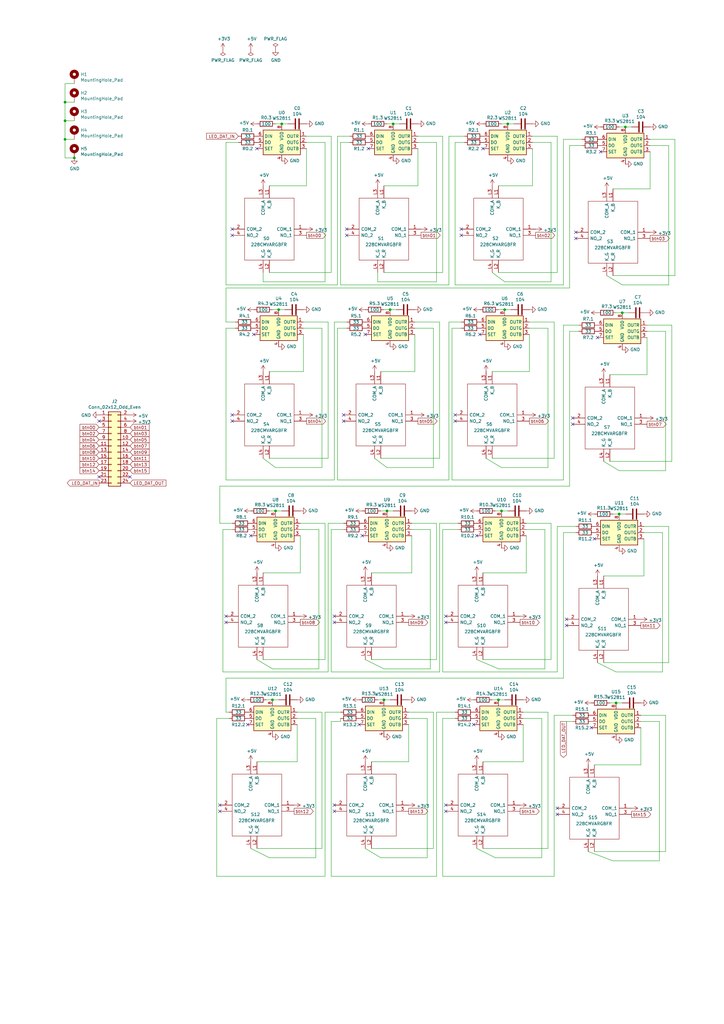
<source format=kicad_sch>
(kicad_sch (version 20211123) (generator eeschema)
  (paper "A3" portrait)
  (title_block (title "A³ Motion - Buttonmatrix") (date "2021-08-04") (rev "v.0.1") (company "A3 Audio UG (haftungsbeschränkt)") (comment 3 "https://github.com/a3-audio/a3-hardware") (comment 4 "Licensed under CERN-OHL-S v2"))
  (junction (at 208.28 50.8))
  (junction (at 161.29 50.8))
  (junction (at 254 210.82))
  (junction (at 114.3 127))
  (junction (at 26.67 41.91))
  (junction (at 26.67 49.53))
  (junction (at 111.76 287.02))
  (junction (at 113.03 209.55))
  (junction (at 157.48 287.02))
  (junction (at 115.57 50.8))
  (junction (at 255.27 128.27))
  (junction (at 204.47 287.02))
  (junction (at 30.48 64.77))
  (junction (at 26.67 57.15))
  (junction (at 205.74 209.55))
  (junction (at 160.02 127))
  (junction (at 252.73 288.29))
  (junction (at 256.54 52.07))
  (junction (at 158.75 209.55))
  (junction (at 207.01 127))
  (no_connect (at 92.71 255.27))
  (no_connect (at 95.25 93.98))
  (no_connect (at 234.95 173.99))
  (no_connect (at 194.31 297.18))
  (no_connect (at 198.12 60.96))
  (no_connect (at 232.41 254))
  (no_connect (at 189.23 96.52))
  (no_connect (at 189.23 93.98))
  (no_connect (at 196.85 137.16))
  (no_connect (at 182.88 332.74))
  (no_connect (at 182.88 255.27))
  (no_connect (at 40.64 195.58))
  (no_connect (at 53.34 195.58))
  (no_connect (at 236.22 95.25))
  (no_connect (at 243.84 220.98))
  (no_connect (at 142.24 96.52))
  (no_connect (at 234.95 171.45))
  (no_connect (at 140.97 170.18))
  (no_connect (at 151.13 60.96))
  (no_connect (at 142.24 93.98))
  (no_connect (at 95.25 170.18))
  (no_connect (at 101.6 297.18))
  (no_connect (at 137.16 252.73))
  (no_connect (at 90.17 332.74))
  (no_connect (at 228.6 334.01))
  (no_connect (at 90.17 330.2))
  (no_connect (at 95.25 172.72))
  (no_connect (at 186.69 170.18))
  (no_connect (at 104.14 137.16))
  (no_connect (at 236.22 97.79))
  (no_connect (at 232.41 256.54))
  (no_connect (at 105.41 60.96))
  (no_connect (at 245.11 138.43))
  (no_connect (at 40.64 172.72))
  (no_connect (at 95.25 96.52))
  (no_connect (at 195.58 219.71))
  (no_connect (at 246.38 62.23))
  (no_connect (at 147.32 297.18))
  (no_connect (at 182.88 252.73))
  (no_connect (at 242.57 298.45))
  (no_connect (at 149.86 137.16))
  (no_connect (at 137.16 255.27))
  (no_connect (at 182.88 330.2))
  (no_connect (at 140.97 172.72))
  (no_connect (at 137.16 332.74))
  (no_connect (at 92.71 252.73))
  (no_connect (at 186.69 172.72))
  (no_connect (at 102.87 219.71))
  (no_connect (at 148.59 219.71))
  (no_connect (at 228.6 331.47))
  (no_connect (at 137.16 330.2))
  (wire (pts (xy 265.43 138.43) (xy 265.43 153.67)))
  (wire (pts (xy 227.33 359.41) (xy 227.33 293.37)))
  (wire (pts (xy 208.28 50.8) (xy 210.82 50.8)))
  (wire (pts (xy 123.19 219.71) (xy 123.19 234.95)))
  (wire (pts (xy 266.7 77.47) (xy 251.46 77.47)))
  (wire (pts (xy 160.02 127) (xy 162.56 127)))
  (wire (pts (xy 184.15 116.84) (xy 184.15 55.88)))
  (wire (pts (xy 274.32 215.9) (xy 274.32 271.78)))
  (wire (pts (xy 222.25 294.64) (xy 222.25 351.79)))
  (wire (pts (xy 181.61 359.41) (xy 227.33 359.41)))
  (wire (pts (xy 156.21 209.55) (xy 158.75 209.55)))
  (wire (pts (xy 168.91 234.95) (xy 152.4 234.95)))
  (wire (pts (xy 224.79 134.62) (xy 224.79 191.77)))
  (wire (pts (xy 139.7 116.84) (xy 184.15 116.84)))
  (wire (pts (xy 90.17 214.63) (xy 95.25 214.63)))
  (wire (pts (xy 157.48 127) (xy 160.02 127)))
  (wire (pts (xy 170.18 137.16) (xy 170.18 152.4)))
  (wire (pts (xy 271.78 218.44) (xy 271.78 275.59)))
  (wire (pts (xy 157.48 287.02) (xy 160.02 287.02)))
  (wire (pts (xy 270.51 353.06) (xy 251.46 353.06)))
  (wire (pts (xy 97.79 58.42) (xy 92.71 58.42)))
  (wire (pts (xy 26.67 41.91) (xy 30.48 41.91)))
  (wire (pts (xy 135.89 217.17) (xy 135.89 275.59)))
  (wire (pts (xy 252.73 288.29) (xy 255.27 288.29)))
  (wire (pts (xy 228.6 215.9) (xy 236.22 215.9)))
  (wire (pts (xy 154.94 115.57) (xy 154.94 111.76)))
  (wire (pts (xy 214.63 312.42) (xy 198.12 312.42)))
  (wire (pts (xy 30.48 34.29) (xy 26.67 34.29)))
  (wire (pts (xy 203.2 351.79) (xy 195.58 347.98)))
  (wire (pts (xy 134.62 275.59) (xy 134.62 214.63)))
  (wire (pts (xy 133.35 292.1) (xy 139.7 292.1)))
  (wire (pts (xy 215.9 217.17) (xy 223.52 217.17)))
  (wire (pts (xy 110.49 187.96) (xy 134.62 187.96)))
  (wire (pts (xy 231.14 295.91) (xy 234.95 295.91)))
  (wire (pts (xy 215.9 234.95) (xy 198.12 234.95)))
  (wire (pts (xy 154.94 287.02) (xy 157.48 287.02)))
  (wire (pts (xy 214.63 294.64) (xy 222.25 294.64)))
  (wire (pts (xy 274.32 59.69) (xy 274.32 116.84)))
  (wire (pts (xy 275.59 133.35) (xy 275.59 189.23)))
  (wire (pts (xy 204.47 127) (xy 207.01 127)))
  (wire (pts (xy 157.48 111.76) (xy 181.61 111.76)))
  (wire (pts (xy 110.49 209.55) (xy 113.03 209.55)))
  (wire (pts (xy 140.97 217.17) (xy 135.89 217.17)))
  (wire (pts (xy 273.05 293.37) (xy 273.05 349.25)))
  (wire (pts (xy 168.91 214.63) (xy 179.07 214.63)))
  (wire (pts (xy 251.46 353.06) (xy 241.3 349.25)))
  (wire (pts (xy 184.15 196.85) (xy 184.15 132.08)))
  (wire (pts (xy 223.52 217.17) (xy 223.52 274.32)))
  (wire (pts (xy 167.64 297.18) (xy 167.64 312.42)))
  (wire (pts (xy 185.42 134.62) (xy 185.42 196.85)))
  (wire (pts (xy 189.23 134.62) (xy 185.42 134.62)))
  (wire (pts (xy 266.7 57.15) (xy 276.86 57.15)))
  (wire (pts (xy 231.14 196.85) (xy 231.14 133.35)))
  (wire (pts (xy 168.91 217.17) (xy 176.53 217.17)))
  (wire (pts (xy 176.53 217.17) (xy 176.53 274.32)))
  (wire (pts (xy 271.78 275.59) (xy 252.73 275.59)))
  (wire (pts (xy 138.43 134.62) (xy 138.43 196.85)))
  (wire (pts (xy 177.8 292.1) (xy 177.8 347.98)))
  (wire (pts (xy 231.14 278.13) (xy 92.71 278.13)))
  (wire (pts (xy 251.46 210.82) (xy 254 210.82)))
  (wire (pts (xy 262.89 298.45) (xy 262.89 313.69)))
  (wire (pts (xy 205.74 209.55) (xy 208.28 209.55)))
  (wire (pts (xy 254 193.04) (xy 247.65 189.23)))
  (wire (pts (xy 180.34 214.63) (xy 187.96 214.63)))
  (wire (pts (xy 270.51 295.91) (xy 270.51 353.06)))
  (wire (pts (xy 158.75 50.8) (xy 161.29 50.8)))
  (wire (pts (xy 156.21 187.96) (xy 180.34 187.96)))
  (wire (pts (xy 133.35 58.42) (xy 133.35 115.57)))
  (wire (pts (xy 88.9 294.64) (xy 88.9 359.41)))
  (wire (pts (xy 124.46 152.4) (xy 110.49 152.4)))
  (wire (pts (xy 180.34 132.08) (xy 180.34 187.96)))
  (wire (pts (xy 111.76 127) (xy 114.3 127)))
  (wire (pts (xy 274.32 116.84) (xy 255.27 116.84)))
  (wire (pts (xy 121.92 294.64) (xy 129.54 294.64)))
  (wire (pts (xy 181.61 55.88) (xy 181.61 111.76)))
  (wire (pts (xy 262.89 293.37) (xy 273.05 293.37)))
  (wire (pts (xy 198.12 347.98) (xy 224.79 347.98)))
  (wire (pts (xy 180.34 275.59) (xy 180.34 214.63)))
  (wire (pts (xy 201.93 287.02) (xy 204.47 287.02)))
  (wire (pts (xy 138.43 55.88) (xy 143.51 55.88)))
  (wire (pts (xy 95.25 217.17) (xy 91.44 217.17)))
  (wire (pts (xy 265.43 135.89) (xy 273.05 135.89)))
  (wire (pts (xy 204.47 287.02) (xy 207.01 287.02)))
  (wire (pts (xy 226.06 214.63) (xy 226.06 270.51)))
  (wire (pts (xy 92.71 278.13) (xy 92.71 292.1)))
  (wire (pts (xy 198.12 270.51) (xy 226.06 270.51)))
  (wire (pts (xy 26.67 49.53) (xy 26.67 57.15)))
  (wire (pts (xy 170.18 152.4) (xy 156.21 152.4)))
  (wire (pts (xy 168.91 219.71) (xy 168.91 234.95)))
  (wire (pts (xy 265.43 153.67) (xy 250.19 153.67)))
  (wire (pts (xy 186.69 116.84) (xy 231.14 116.84)))
  (wire (pts (xy 156.21 351.79) (xy 149.86 347.98)))
  (wire (pts (xy 181.61 294.64) (xy 181.61 359.41)))
  (wire (pts (xy 252.73 128.27) (xy 255.27 128.27)))
  (wire (pts (xy 152.4 347.98) (xy 177.8 347.98)))
  (wire (pts (xy 107.95 270.51) (xy 133.35 270.51)))
  (wire (pts (xy 115.57 50.8) (xy 118.11 50.8)))
  (wire (pts (xy 157.48 76.2) (xy 171.45 76.2)))
  (wire (pts (xy 171.45 55.88) (xy 181.61 55.88)))
  (wire (pts (xy 91.44 275.59) (xy 134.62 275.59)))
  (wire (pts (xy 123.19 214.63) (xy 133.35 214.63)))
  (wire (pts (xy 121.92 297.18) (xy 121.92 312.42)))
  (wire (pts (xy 175.26 294.64) (xy 175.26 351.79)))
  (wire (pts (xy 237.49 135.89) (xy 233.68 135.89)))
  (wire (pts (xy 252.73 275.59) (xy 245.11 271.78)))
  (wire (pts (xy 233.68 135.89) (xy 233.68 199.39)))
  (wire (pts (xy 92.71 116.84) (xy 138.43 116.84)))
  (wire (pts (xy 113.03 191.77) (xy 107.95 187.96)))
  (wire (pts (xy 152.4 270.51) (xy 179.07 270.51)))
  (wire (pts (xy 215.9 219.71) (xy 215.9 234.95)))
  (wire (pts (xy 184.15 132.08) (xy 189.23 132.08)))
  (wire (pts (xy 26.67 49.53) (xy 30.48 49.53)))
  (wire (pts (xy 265.43 133.35) (xy 275.59 133.35)))
  (wire (pts (xy 247.65 271.78) (xy 274.32 271.78)))
  (wire (pts (xy 91.44 217.17) (xy 91.44 275.59)))
  (wire (pts (xy 218.44 60.96) (xy 218.44 76.2)))
  (wire (pts (xy 142.24 134.62) (xy 138.43 134.62)))
  (wire (pts (xy 218.44 76.2) (xy 204.47 76.2)))
  (wire (pts (xy 92.71 118.11) (xy 92.71 132.08)))
  (wire (pts (xy 226.06 115.57) (xy 207.01 115.57)))
  (wire (pts (xy 171.45 76.2) (xy 171.45 60.96)))
  (wire (pts (xy 227.33 293.37) (xy 234.95 293.37)))
  (wire (pts (xy 130.81 217.17) (xy 130.81 274.32)))
  (wire (pts (xy 215.9 214.63) (xy 226.06 214.63)))
  (wire (pts (xy 161.29 50.8) (xy 163.83 50.8)))
  (wire (pts (xy 121.92 292.1) (xy 132.08 292.1)))
  (wire (pts (xy 266.7 59.69) (xy 274.32 59.69)))
  (wire (pts (xy 264.16 220.98) (xy 264.16 236.22)))
  (wire (pts (xy 124.46 134.62) (xy 132.08 134.62)))
  (wire (pts (xy 92.71 134.62) (xy 92.71 196.85)))
  (wire (pts (xy 238.76 59.69) (xy 233.68 59.69)))
  (wire (pts (xy 276.86 57.15) (xy 276.86 113.03)))
  (wire (pts (xy 92.71 58.42) (xy 92.71 116.84)))
  (wire (pts (xy 114.3 127) (xy 116.84 127)))
  (wire (pts (xy 26.67 41.91) (xy 26.67 49.53)))
  (wire (pts (xy 158.75 191.77) (xy 153.67 187.96)))
  (wire (pts (xy 218.44 55.88) (xy 228.6 55.88)))
  (wire (pts (xy 205.74 50.8) (xy 208.28 50.8)))
  (wire (pts (xy 250.19 189.23) (xy 275.59 189.23)))
  (wire (pts (xy 214.63 297.18) (xy 214.63 312.42)))
  (wire (pts (xy 207.01 127) (xy 209.55 127)))
  (wire (pts (xy 204.47 274.32) (xy 195.58 270.51)))
  (wire (pts (xy 170.18 134.62) (xy 177.8 134.62)))
  (wire (pts (xy 256.54 52.07) (xy 259.08 52.07)))
  (wire (pts (xy 132.08 292.1) (xy 132.08 347.98)))
  (wire (pts (xy 113.03 209.55) (xy 115.57 209.55)))
  (wire (pts (xy 92.71 292.1) (xy 93.98 292.1)))
  (wire (pts (xy 255.27 116.84) (xy 248.92 113.03)))
  (wire (pts (xy 135.89 275.59) (xy 180.34 275.59)))
  (wire (pts (xy 139.7 295.91) (xy 135.89 295.91)))
  (wire (pts (xy 134.62 132.08) (xy 134.62 187.96)))
  (wire (pts (xy 111.76 274.32) (xy 105.41 270.51)))
  (wire (pts (xy 26.67 57.15) (xy 26.67 64.77)))
  (wire (pts (xy 179.07 58.42) (xy 179.07 115.57)))
  (wire (pts (xy 137.16 132.08) (xy 142.24 132.08)))
  (wire (pts (xy 139.7 294.64) (xy 139.7 295.91)))
  (wire (pts (xy 123.19 234.95) (xy 107.95 234.95)))
  (wire (pts (xy 26.67 57.15) (xy 30.48 57.15)))
  (wire (pts (xy 204.47 111.76) (xy 228.6 111.76)))
  (wire (pts (xy 26.67 34.29) (xy 26.67 41.91)))
  (wire (pts (xy 124.46 132.08) (xy 134.62 132.08)))
  (wire (pts (xy 217.17 152.4) (xy 201.93 152.4)))
  (wire (pts (xy 123.19 217.17) (xy 130.81 217.17)))
  (wire (pts (xy 264.16 218.44) (xy 271.78 218.44)))
  (wire (pts (xy 186.69 294.64) (xy 181.61 294.64)))
  (wire (pts (xy 177.8 191.77) (xy 158.75 191.77)))
  (wire (pts (xy 264.16 215.9) (xy 274.32 215.9)))
  (wire (pts (xy 250.19 288.29) (xy 252.73 288.29)))
  (wire (pts (xy 96.52 134.62) (xy 92.71 134.62)))
  (wire (pts (xy 170.18 132.08) (xy 180.34 132.08)))
  (wire (pts (xy 129.54 294.64) (xy 129.54 351.79)))
  (wire (pts (xy 231.14 116.84) (xy 231.14 57.15)))
  (wire (pts (xy 251.46 113.03) (xy 276.86 113.03)))
  (wire (pts (xy 132.08 134.62) (xy 132.08 191.77)))
  (wire (pts (xy 107.95 115.57) (xy 133.35 115.57)))
  (wire (pts (xy 255.27 128.27) (xy 257.81 128.27)))
  (wire (pts (xy 110.49 76.2) (xy 125.73 76.2)))
  (wire (pts (xy 233.68 199.39) (xy 90.17 199.39)))
  (wire (pts (xy 129.54 351.79) (xy 110.49 351.79)))
  (wire (pts (xy 111.76 287.02) (xy 114.3 287.02)))
  (wire (pts (xy 231.14 218.44) (xy 231.14 278.13)))
  (wire (pts (xy 137.16 196.85) (xy 137.16 132.08)))
  (wire (pts (xy 233.68 118.11) (xy 92.71 118.11)))
  (wire (pts (xy 138.43 196.85) (xy 184.15 196.85)))
  (wire (pts (xy 135.89 55.88) (xy 135.89 111.76)))
  (wire (pts (xy 176.53 274.32) (xy 157.48 274.32)))
  (wire (pts (xy 171.45 58.42) (xy 179.07 58.42)))
  (wire (pts (xy 223.52 274.32) (xy 204.47 274.32)))
  (wire (pts (xy 93.98 294.64) (xy 88.9 294.64)))
  (wire (pts (xy 231.14 57.15) (xy 238.76 57.15)))
  (wire (pts (xy 224.79 191.77) (xy 205.74 191.77)))
  (wire (pts (xy 214.63 292.1) (xy 224.79 292.1)))
  (wire (pts (xy 88.9 359.41) (xy 133.35 359.41)))
  (wire (pts (xy 266.7 62.23) (xy 266.7 77.47)))
  (wire (pts (xy 273.05 135.89) (xy 273.05 193.04)))
  (wire (pts (xy 167.64 294.64) (xy 175.26 294.64)))
  (wire (pts (xy 224.79 292.1) (xy 224.79 347.98)))
  (wire (pts (xy 236.22 218.44) (xy 231.14 218.44)))
  (wire (pts (xy 125.73 58.42) (xy 133.35 58.42)))
  (wire (pts (xy 262.89 295.91) (xy 270.51 295.91)))
  (wire (pts (xy 125.73 76.2) (xy 125.73 60.96)))
  (wire (pts (xy 125.73 55.88) (xy 135.89 55.88)))
  (wire (pts (xy 222.25 351.79) (xy 203.2 351.79)))
  (wire (pts (xy 132.08 191.77) (xy 113.03 191.77)))
  (wire (pts (xy 243.84 349.25) (xy 273.05 349.25)))
  (wire (pts (xy 217.17 134.62) (xy 224.79 134.62)))
  (wire (pts (xy 203.2 209.55) (xy 205.74 209.55)))
  (wire (pts (xy 133.35 214.63) (xy 133.35 270.51)))
  (wire (pts (xy 201.93 187.96) (xy 227.33 187.96)))
  (wire (pts (xy 113.03 50.8) (xy 115.57 50.8)))
  (wire (pts (xy 217.17 132.08) (xy 227.33 132.08)))
  (wire (pts (xy 138.43 116.84) (xy 138.43 55.88)))
  (wire (pts (xy 218.44 58.42) (xy 226.06 58.42)))
  (wire (pts (xy 273.05 193.04) (xy 254 193.04)))
  (wire (pts (xy 167.64 292.1) (xy 177.8 292.1)))
  (wire (pts (xy 228.6 55.88) (xy 228.6 111.76)))
  (wire (pts (xy 179.07 292.1) (xy 186.69 292.1)))
  (wire (pts (xy 233.68 59.69) (xy 233.68 118.11)))
  (wire (pts (xy 90.17 199.39) (xy 90.17 214.63)))
  (wire (pts (xy 254 210.82) (xy 256.54 210.82)))
  (wire (pts (xy 105.41 347.98) (xy 132.08 347.98)))
  (wire (pts (xy 26.67 64.77) (xy 30.48 64.77)))
  (wire (pts (xy 109.22 287.02) (xy 111.76 287.02)))
  (wire (pts (xy 110.49 351.79) (xy 102.87 347.98)))
  (wire (pts (xy 231.14 133.35) (xy 237.49 133.35)))
  (wire (pts (xy 92.71 132.08) (xy 96.52 132.08)))
  (wire (pts (xy 179.07 359.41) (xy 179.07 292.1)))
  (wire (pts (xy 107.95 115.57) (xy 107.95 111.76)))
  (wire (pts (xy 175.26 351.79) (xy 156.21 351.79)))
  (wire (pts (xy 135.89 359.41) (xy 179.07 359.41)))
  (wire (pts (xy 133.35 359.41) (xy 133.35 292.1)))
  (wire (pts (xy 207.01 115.57) (xy 201.93 111.76)))
  (wire (pts (xy 124.46 137.16) (xy 124.46 152.4)))
  (wire (pts (xy 254 52.07) (xy 256.54 52.07)))
  (wire (pts (xy 167.64 312.42) (xy 152.4 312.42)))
  (wire (pts (xy 158.75 209.55) (xy 161.29 209.55)))
  (wire (pts (xy 226.06 58.42) (xy 226.06 115.57)))
  (wire (pts (xy 177.8 134.62) (xy 177.8 191.77)))
  (wire (pts (xy 187.96 217.17) (xy 181.61 217.17)))
  (wire (pts (xy 121.92 312.42) (xy 105.41 312.42)))
  (wire (pts (xy 205.74 191.77) (xy 199.39 187.96)))
  (wire (pts (xy 110.49 111.76) (xy 135.89 111.76)))
  (wire (pts (xy 130.81 274.32) (xy 111.76 274.32)))
  (wire (pts (xy 264.16 236.22) (xy 247.65 236.22)))
  (wire (pts (xy 139.7 58.42) (xy 139.7 116.84)))
  (wire (pts (xy 181.61 217.17) (xy 181.61 275.59)))
  (wire (pts (xy 179.07 115.57) (xy 154.94 115.57)))
  (wire (pts (xy 134.62 214.63) (xy 140.97 214.63)))
  (wire (pts (xy 179.07 214.63) (xy 179.07 270.51)))
  (wire (pts (xy 135.89 295.91) (xy 135.89 359.41)))
  (wire (pts (xy 186.69 58.42) (xy 186.69 116.84)))
  (wire (pts (xy 228.6 275.59) (xy 228.6 215.9)))
  (wire (pts (xy 190.5 58.42) (xy 186.69 58.42)))
  (wire (pts (xy 157.48 274.32) (xy 149.86 270.51)))
  (wire (pts (xy 143.51 58.42) (xy 139.7 58.42)))
  (wire (pts (xy 181.61 275.59) (xy 228.6 275.59)))
  (wire (pts (xy 227.33 132.08) (xy 227.33 187.96)))
  (wire (pts (xy 185.42 196.85) (xy 231.14 196.85)))
  (wire (pts (xy 217.17 137.16) (xy 217.17 152.4)))
  (wire (pts (xy 92.71 196.85) (xy 137.16 196.85)))
  (wire (pts (xy 184.15 55.88) (xy 190.5 55.88)))
  (wire (pts (xy 262.89 313.69) (xy 243.84 313.69)))
  (global_label "btn07" (shape output) (at 265.43 173.99 0) (property "Intersheet References" "${INTERSHEET_REFS}" (effects hide)))
  (global_label "btn01" (shape input) (at 53.34 175.26 0) (property "Intersheet References" "${INTERSHEET_REFS}" (effects hide)))
  (global_label "btn15" (shape output) (at 259.08 334.01 0) (property "Intersheet References" "${INTERSHEET_REFS}" (effects hide)))
  (global_label "btn14" (shape output) (at 213.36 332.74 0) (property "Intersheet References" "${INTERSHEET_REFS}" (effects hide)))
  (global_label "btn05" (shape input) (at 53.34 180.34 0) (property "Intersheet References" "${INTERSHEET_REFS}" (effects hide)))
  (global_label "btn09" (shape output) (at 167.64 255.27 0) (property "Intersheet References" "${INTERSHEET_REFS}" (effects hide)))
  (global_label "btn12" (shape output) (at 120.65 332.74 0) (property "Intersheet References" "${INTERSHEET_REFS}" (effects hide)))
  (global_label "btn14" (shape input) (at 40.64 193.04 180) (property "Intersheet References" "${INTERSHEET_REFS}" (effects hide)))
  (global_label "btn10" (shape output) (at 213.36 255.27 0) (property "Intersheet References" "${INTERSHEET_REFS}" (effects hide)))
  (global_label "btn04" (shape input) (at 40.64 180.34 180) (property "Intersheet References" "${INTERSHEET_REFS}" (effects hide)))
  (global_label "btn15" (shape input) (at 53.34 193.04 0) (property "Intersheet References" "${INTERSHEET_REFS}" (effects hide)))
  (global_label "btn12" (shape input) (at 40.64 190.5 180) (property "Intersheet References" "${INTERSHEET_REFS}" (effects hide)))
  (global_label "btn01" (shape output) (at 172.72 96.52 0) (property "Intersheet References" "${INTERSHEET_REFS}" (effects hide)))
  (global_label "LED_DAT_OUT" (shape input) (at 53.34 198.12 0) (property "Intersheet References" "${INTERSHEET_REFS}" (effects hide)))
  (global_label "btn10" (shape input) (at 40.64 187.96 180) (property "Intersheet References" "${INTERSHEET_REFS}" (effects hide)))
  (global_label "btn11" (shape output) (at 262.89 256.54 0) (property "Intersheet References" "${INTERSHEET_REFS}" (effects hide)))
  (global_label "btn08" (shape input) (at 40.64 185.42 180) (property "Intersheet References" "${INTERSHEET_REFS}" (effects hide)))
  (global_label "btn08" (shape output) (at 123.19 255.27 0) (property "Intersheet References" "${INTERSHEET_REFS}" (effects hide)))
  (global_label "btn02" (shape output) (at 219.71 96.52 0) (property "Intersheet References" "${INTERSHEET_REFS}" (effects hide)))
  (global_label "LED_DAT_IN" (shape input) (at 97.79 55.88 180) (property "Intersheet References" "${INTERSHEET_REFS}" (effects hide)))
  (global_label "LED_DAT_IN" (shape output) (at 40.64 198.12 180) (property "Intersheet References" "${INTERSHEET_REFS}" (effects hide)))
  (global_label "btn05" (shape output) (at 171.45 172.72 0) (property "Intersheet References" "${INTERSHEET_REFS}" (effects hide)))
  (global_label "btn09" (shape input) (at 53.34 185.42 0) (property "Intersheet References" "${INTERSHEET_REFS}" (effects hide)))
  (global_label "LED_DAT_OUT" (shape output) (at 231.14 295.91 270) (property "Intersheet References" "${INTERSHEET_REFS}" (effects hide)))
  (global_label "btn11" (shape input) (at 53.34 187.96 0) (property "Intersheet References" "${INTERSHEET_REFS}" (effects hide)))
  (global_label "btn13" (shape input) (at 53.34 190.5 0) (property "Intersheet References" "${INTERSHEET_REFS}" (effects hide)))
  (global_label "btn00" (shape input) (at 40.64 175.26 180) (property "Intersheet References" "${INTERSHEET_REFS}" (effects hide)))
  (global_label "btn13" (shape output) (at 167.64 332.74 0) (property "Intersheet References" "${INTERSHEET_REFS}" (effects hide)))
  (global_label "btn06" (shape input) (at 40.64 182.88 180) (property "Intersheet References" "${INTERSHEET_REFS}" (effects hide)))
  (global_label "btn07" (shape input) (at 53.34 182.88 0) (property "Intersheet References" "${INTERSHEET_REFS}" (effects hide)))
  (global_label "btn00" (shape output) (at 125.73 96.52 0) (property "Intersheet References" "${INTERSHEET_REFS}" (effects hide)))
  (global_label "btn03" (shape input) (at 53.34 177.8 0) (property "Intersheet References" "${INTERSHEET_REFS}" (effects hide)))
  (global_label "btn06" (shape output) (at 217.17 172.72 0) (property "Intersheet References" "${INTERSHEET_REFS}" (effects hide)))
  (global_label "btn03" (shape output) (at 266.7 97.79 0) (property "Intersheet References" "${INTERSHEET_REFS}" (effects hide)))
  (global_label "btn02" (shape input) (at 40.64 177.8 180) (property "Intersheet References" "${INTERSHEET_REFS}" (effects hide)))
  (global_label "btn04" (shape output) (at 125.73 172.72 0) (property "Intersheet References" "${INTERSHEET_REFS}" (effects hide)))
  (symbol (lib_id "btn-matrix-rescue:WS2811-Driver_LED") (at 115.57 58.42 0) (unit 1)
    (property "Reference" "U0" (at 115.57 46.2026 0))
    (property "Value" "WS2811" (at 115.57 48.514 0))
    (property "Footprint" "Package_SO:SOP-8_3.9x4.9mm_P1.27mm" (effects hide))
    (property "Datasheet" "https://cdn-shop.adafruit.com/datasheets/WS2811.pdf" (effects hide))
  )
  (symbol (lib_id "btn-matrix-rescue:228CMVARGBFR-SamacSys_Parts") (at 95.25 93.98 0) (unit 1)
    (property "Reference" "S0" (at 107.95 97.79 0) (effects (justify left)))
    (property "Value" "228CMVARGBFR" (at 102.87 100.33 0) (effects (justify left)))
    (property "Footprint" "SamacSys_Parts:228CMVARGBFR" (effects hide))
    (property "Datasheet" "https://www.mouser.co.za/datasheet/2/96/228C-1371171.pdf" (effects hide))
    (property "Description" "Tactile Switches Color Red,Green,Blue SMD Gullwing" (effects hide))
    (property "Height" "7.3" (effects hide))
    (property "Mouser Part Number" "774-228CMVARGBFR" (effects hide))
    (property "Mouser Price/Stock" "https://www.mouser.co.uk/ProductDetail/CTS-Electronic-Components/228CMVARGBFR?qs=gTYE2QTfZfSFpUQ%252Bb6QA4w%3D%3D" (effects hide))
    (property "Manufacturer_Name" "CTS" (effects hide))
    (property "Manufacturer_Part_Number" "228CMVARGBFR" (effects hide))
  )
  (symbol (lib_id "btn-matrix-rescue:GND-power") (at 115.57 66.04 90) (unit 1)
    (property "Reference" "#PWR0102" (effects hide))
    (property "Value" "GND" (at 118.8212 65.913 90) (effects (justify right)))
  )
  (symbol (lib_id "btn-matrix-rescue:+5V-power") (at 107.95 76.2 0) (unit 1)
    (property "Reference" "#PWR0103" (effects hide))
    (property "Value" "+5V" (at 108.331 71.8058 0))
  )
  (symbol (lib_id "btn-matrix-rescue:C-Device") (at 121.92 50.8 90) (unit 1)
    (property "Reference" "C0" (at 121.92 44.3992 90))
    (property "Value" "104" (at 121.92 46.7106 90))
    (property "Footprint" "Capacitor_SMD:C_1206_3216Metric" (effects hide))
    (property "link" "https://www.digikey.de/product-detail/de/kemet/C1206Y104K9RAC7800/399-13304-1-ND/5879274" (effects hide))
  )
  (symbol (lib_id "btn-matrix-rescue:R-Device") (at 109.22 50.8 270) (unit 1)
    (property "Reference" "R0.3" (at 109.22 48.26 90))
    (property "Value" "100" (at 109.22 50.8 90))
    (property "Footprint" "Resistor_SMD:R_2512_6332Metric" (effects hide))
  )
  (symbol (lib_id "btn-matrix-rescue:GND-power") (at 125.73 50.8 90) (unit 1)
    (property "Reference" "#PWR0104" (effects hide))
    (property "Value" "GND" (at 128.9812 50.673 90) (effects (justify right)))
  )
  (symbol (lib_id "btn-matrix-rescue:+5V-power") (at 105.41 50.8 90) (unit 1)
    (property "Reference" "#PWR0105" (effects hide))
    (property "Value" "+5V" (at 102.1588 50.419 90) (effects (justify left)))
  )
  (symbol (lib_id "btn-matrix-rescue:R-Device") (at 101.6 55.88 270) (unit 1)
    (property "Reference" "R0.1" (at 101.6 53.34 90))
    (property "Value" "33" (at 101.6 55.88 90))
    (property "Footprint" "Resistor_SMD:R_2512_6332Metric" (effects hide))
  )
  (symbol (lib_id "btn-matrix-rescue:R-Device") (at 101.6 58.42 270) (unit 1)
    (property "Reference" "R0.2" (at 101.6 60.96 90))
    (property "Value" "33" (at 101.6 58.42 90))
    (property "Footprint" "Resistor_SMD:R_2512_6332Metric" (effects hide))
  )
  (symbol (lib_id "btn-matrix-rescue:228CMVARGBFR-SamacSys_Parts") (at 142.24 93.98 0) (unit 1)
    (property "Reference" "S1" (at 154.94 97.79 0) (effects (justify left)))
    (property "Value" "228CMVARGBFR" (at 149.86 100.33 0) (effects (justify left)))
    (property "Footprint" "SamacSys_Parts:228CMVARGBFR" (effects hide))
    (property "Datasheet" "https://www.mouser.co.za/datasheet/2/96/228C-1371171.pdf" (effects hide))
    (property "Description" "Tactile Switches Color Red,Green,Blue SMD Gullwing" (effects hide))
    (property "Height" "7.3" (effects hide))
    (property "Mouser Part Number" "774-228CMVARGBFR" (effects hide))
    (property "Mouser Price/Stock" "https://www.mouser.co.uk/ProductDetail/CTS-Electronic-Components/228CMVARGBFR?qs=gTYE2QTfZfSFpUQ%252Bb6QA4w%3D%3D" (effects hide))
    (property "Manufacturer_Name" "CTS" (effects hide))
    (property "Manufacturer_Part_Number" "228CMVARGBFR" (effects hide))
  )
  (symbol (lib_id "btn-matrix-rescue:WS2811-Driver_LED") (at 161.29 58.42 0) (unit 1)
    (property "Reference" "U1" (at 161.29 46.2026 0))
    (property "Value" "WS2811" (at 161.29 48.514 0))
    (property "Footprint" "Package_SO:SOP-8_3.9x4.9mm_P1.27mm" (effects hide))
    (property "Datasheet" "https://cdn-shop.adafruit.com/datasheets/WS2811.pdf" (effects hide))
  )
  (symbol (lib_id "btn-matrix-rescue:GND-power") (at 161.29 66.04 90) (unit 1)
    (property "Reference" "#PWR0107" (effects hide))
    (property "Value" "GND" (at 164.5412 65.913 90) (effects (justify right)))
  )
  (symbol (lib_id "btn-matrix-rescue:+5V-power") (at 154.94 76.2 0) (unit 1)
    (property "Reference" "#PWR0108" (effects hide))
    (property "Value" "+5V" (at 155.321 71.8058 0))
  )
  (symbol (lib_id "btn-matrix-rescue:C-Device") (at 167.64 50.8 90) (unit 1)
    (property "Reference" "C1" (at 167.64 44.3992 90))
    (property "Value" "104" (at 167.64 46.7106 90))
    (property "Footprint" "Capacitor_SMD:C_1206_3216Metric" (effects hide))
  )
  (symbol (lib_id "btn-matrix-rescue:R-Device") (at 154.94 50.8 270) (unit 1)
    (property "Reference" "R1.3" (at 154.94 48.26 90))
    (property "Value" "100" (at 154.94 50.8 90))
    (property "Footprint" "Resistor_SMD:R_2512_6332Metric" (effects hide))
  )
  (symbol (lib_id "btn-matrix-rescue:GND-power") (at 171.45 50.8 90) (unit 1)
    (property "Reference" "#PWR0109" (effects hide))
    (property "Value" "GND" (at 174.7012 50.673 90) (effects (justify right)))
  )
  (symbol (lib_id "btn-matrix-rescue:+5V-power") (at 151.13 50.8 90) (unit 1)
    (property "Reference" "#PWR0110" (effects hide))
    (property "Value" "+5V" (at 147.8788 50.419 90) (effects (justify left)))
  )
  (symbol (lib_id "btn-matrix-rescue:R-Device") (at 147.32 55.88 270) (unit 1)
    (property "Reference" "R1.1" (at 147.32 53.34 90))
    (property "Value" "33" (at 147.32 55.88 90))
    (property "Footprint" "Resistor_SMD:R_2512_6332Metric" (effects hide))
  )
  (symbol (lib_id "btn-matrix-rescue:R-Device") (at 147.32 58.42 270) (unit 1)
    (property "Reference" "R1.2" (at 147.32 60.96 90))
    (property "Value" "33" (at 147.32 58.42 90))
    (property "Footprint" "Resistor_SMD:R_2512_6332Metric" (effects hide))
  )
  (symbol (lib_id "btn-matrix-rescue:228CMVARGBFR-SamacSys_Parts") (at 189.23 93.98 0) (unit 1)
    (property "Reference" "S2" (at 201.93 97.79 0) (effects (justify left)))
    (property "Value" "228CMVARGBFR" (at 196.85 100.33 0) (effects (justify left)))
    (property "Footprint" "SamacSys_Parts:228CMVARGBFR" (effects hide))
    (property "Datasheet" "https://www.mouser.co.za/datasheet/2/96/228C-1371171.pdf" (effects hide))
    (property "Description" "Tactile Switches Color Red,Green,Blue SMD Gullwing" (effects hide))
    (property "Height" "7.3" (effects hide))
    (property "Mouser Part Number" "774-228CMVARGBFR" (effects hide))
    (property "Mouser Price/Stock" "https://www.mouser.co.uk/ProductDetail/CTS-Electronic-Components/228CMVARGBFR?qs=gTYE2QTfZfSFpUQ%252Bb6QA4w%3D%3D" (effects hide))
    (property "Manufacturer_Name" "CTS" (effects hide))
    (property "Manufacturer_Part_Number" "228CMVARGBFR" (effects hide))
  )
  (symbol (lib_id "btn-matrix-rescue:WS2811-Driver_LED") (at 208.28 58.42 0) (unit 1)
    (property "Reference" "U2" (at 208.28 46.2026 0))
    (property "Value" "WS2811" (at 208.28 48.514 0))
    (property "Footprint" "Package_SO:SOP-8_3.9x4.9mm_P1.27mm" (effects hide))
    (property "Datasheet" "https://cdn-shop.adafruit.com/datasheets/WS2811.pdf" (effects hide))
  )
  (symbol (lib_id "btn-matrix-rescue:GND-power") (at 208.28 66.04 90) (unit 1)
    (property "Reference" "#PWR0112" (effects hide))
    (property "Value" "GND" (at 211.5312 65.913 90) (effects (justify right)))
  )
  (symbol (lib_id "btn-matrix-rescue:+5V-power") (at 201.93 76.2 0) (unit 1)
    (property "Reference" "#PWR0113" (effects hide))
    (property "Value" "+5V" (at 202.311 71.8058 0))
  )
  (symbol (lib_id "btn-matrix-rescue:C-Device") (at 214.63 50.8 90) (unit 1)
    (property "Reference" "C2" (at 214.63 44.3992 90))
    (property "Value" "104" (at 214.63 46.7106 90))
    (property "Footprint" "Capacitor_SMD:C_1206_3216Metric" (effects hide))
  )
  (symbol (lib_id "btn-matrix-rescue:R-Device") (at 201.93 50.8 270) (unit 1)
    (property "Reference" "R2.3" (at 201.93 48.26 90))
    (property "Value" "100" (at 201.93 50.8 90))
    (property "Footprint" "Resistor_SMD:R_2512_6332Metric" (effects hide))
  )
  (symbol (lib_id "btn-matrix-rescue:GND-power") (at 218.44 50.8 90) (unit 1)
    (property "Reference" "#PWR0114" (effects hide))
    (property "Value" "GND" (at 221.6912 50.673 90) (effects (justify right)))
  )
  (symbol (lib_id "btn-matrix-rescue:+5V-power") (at 198.12 50.8 90) (unit 1)
    (property "Reference" "#PWR0115" (effects hide))
    (property "Value" "+5V" (at 194.8688 50.419 90) (effects (justify left)))
  )
  (symbol (lib_id "btn-matrix-rescue:R-Device") (at 194.31 55.88 270) (unit 1)
    (property "Reference" "R2.1" (at 194.31 53.34 90))
    (property "Value" "33" (at 194.31 55.88 90))
    (property "Footprint" "Resistor_SMD:R_2512_6332Metric" (effects hide))
  )
  (symbol (lib_id "btn-matrix-rescue:R-Device") (at 194.31 58.42 270) (unit 1)
    (property "Reference" "R2.2" (at 194.31 60.96 90))
    (property "Value" "33" (at 194.31 58.42 90))
    (property "Footprint" "Resistor_SMD:R_2512_6332Metric" (effects hide))
  )
  (symbol (lib_id "btn-matrix-rescue:228CMVARGBFR-SamacSys_Parts") (at 236.22 95.25 0) (unit 1)
    (property "Reference" "S3" (at 248.92 99.06 0) (effects (justify left)))
    (property "Value" "228CMVARGBFR" (at 243.84 101.6 0) (effects (justify left)))
    (property "Footprint" "SamacSys_Parts:228CMVARGBFR" (effects hide))
    (property "Datasheet" "https://www.mouser.co.za/datasheet/2/96/228C-1371171.pdf" (effects hide))
    (property "Description" "Tactile Switches Color Red,Green,Blue SMD Gullwing" (effects hide))
    (property "Height" "7.3" (effects hide))
    (property "Mouser Part Number" "774-228CMVARGBFR" (effects hide))
    (property "Mouser Price/Stock" "https://www.mouser.co.uk/ProductDetail/CTS-Electronic-Components/228CMVARGBFR?qs=gTYE2QTfZfSFpUQ%252Bb6QA4w%3D%3D" (effects hide))
    (property "Manufacturer_Name" "CTS" (effects hide))
    (property "Manufacturer_Part_Number" "228CMVARGBFR" (effects hide))
  )
  (symbol (lib_id "btn-matrix-rescue:WS2811-Driver_LED") (at 256.54 59.69 0) (unit 1)
    (property "Reference" "U3" (at 256.54 47.4726 0))
    (property "Value" "WS2811" (at 256.54 49.784 0))
    (property "Footprint" "Package_SO:SOP-8_3.9x4.9mm_P1.27mm" (effects hide))
    (property "Datasheet" "https://cdn-shop.adafruit.com/datasheets/WS2811.pdf" (effects hide))
  )
  (symbol (lib_id "btn-matrix-rescue:GND-power") (at 256.54 67.31 90) (unit 1)
    (property "Reference" "#PWR0117" (effects hide))
    (property "Value" "GND" (at 259.7912 67.183 90) (effects (justify right)))
  )
  (symbol (lib_id "btn-matrix-rescue:+5V-power") (at 248.92 77.47 0) (unit 1)
    (property "Reference" "#PWR0118" (effects hide))
    (property "Value" "+5V" (at 249.301 73.0758 0))
  )
  (symbol (lib_id "btn-matrix-rescue:C-Device") (at 262.89 52.07 90) (unit 1)
    (property "Reference" "C3" (at 262.89 45.6692 90))
    (property "Value" "104" (at 262.89 47.9806 90))
    (property "Footprint" "Capacitor_SMD:C_1206_3216Metric" (effects hide))
  )
  (symbol (lib_id "btn-matrix-rescue:R-Device") (at 250.19 52.07 270) (unit 1)
    (property "Reference" "R3.3" (at 250.19 49.53 90))
    (property "Value" "100" (at 250.19 52.07 90))
    (property "Footprint" "Resistor_SMD:R_2512_6332Metric" (effects hide))
  )
  (symbol (lib_id "btn-matrix-rescue:GND-power") (at 266.7 52.07 90) (unit 1)
    (property "Reference" "#PWR0119" (effects hide))
    (property "Value" "GND" (at 269.9512 51.943 90) (effects (justify right)))
  )
  (symbol (lib_id "btn-matrix-rescue:+5V-power") (at 246.38 52.07 90) (unit 1)
    (property "Reference" "#PWR0120" (effects hide))
    (property "Value" "+5V" (at 243.1288 51.689 90) (effects (justify left)))
  )
  (symbol (lib_id "btn-matrix-rescue:R-Device") (at 242.57 57.15 270) (unit 1)
    (property "Reference" "R3.1" (at 242.57 54.61 90))
    (property "Value" "33" (at 242.57 57.15 90))
    (property "Footprint" "Resistor_SMD:R_2512_6332Metric" (effects hide))
  )
  (symbol (lib_id "btn-matrix-rescue:R-Device") (at 242.57 59.69 270) (unit 1)
    (property "Reference" "R3.2" (at 242.57 62.23 90))
    (property "Value" "33" (at 242.57 59.69 90))
    (property "Footprint" "Resistor_SMD:R_2512_6332Metric" (effects hide))
  )
  (symbol (lib_id "btn-matrix-rescue:+3.3V-power") (at 53.34 172.72 270) (unit 1)
    (property "Reference" "#PWR03" (effects hide))
    (property "Value" "+3.3V" (at 56.5912 173.101 90) (effects (justify left)))
  )
  (symbol (lib_id "btn-matrix-rescue:228CMVARGBFR-SamacSys_Parts") (at 95.25 170.18 0) (unit 1)
    (property "Reference" "S4" (at 107.95 173.99 0) (effects (justify left)))
    (property "Value" "228CMVARGBFR" (at 102.87 176.53 0) (effects (justify left)))
    (property "Footprint" "SamacSys_Parts:228CMVARGBFR" (effects hide))
    (property "Datasheet" "https://www.mouser.co.za/datasheet/2/96/228C-1371171.pdf" (effects hide))
    (property "Description" "Tactile Switches Color Red,Green,Blue SMD Gullwing" (effects hide))
    (property "Height" "7.3" (effects hide))
    (property "Mouser Part Number" "774-228CMVARGBFR" (effects hide))
    (property "Mouser Price/Stock" "https://www.mouser.co.uk/ProductDetail/CTS-Electronic-Components/228CMVARGBFR?qs=gTYE2QTfZfSFpUQ%252Bb6QA4w%3D%3D" (effects hide))
    (property "Manufacturer_Name" "CTS" (effects hide))
    (property "Manufacturer_Part_Number" "228CMVARGBFR" (effects hide))
  )
  (symbol (lib_id "btn-matrix-rescue:WS2811-Driver_LED") (at 114.3 134.62 0) (unit 1)
    (property "Reference" "U4" (at 114.3 122.4026 0))
    (property "Value" "WS2811" (at 114.3 124.714 0))
    (property "Footprint" "Package_SO:SOP-8_3.9x4.9mm_P1.27mm" (effects hide))
    (property "Datasheet" "https://cdn-shop.adafruit.com/datasheets/WS2811.pdf" (effects hide))
  )
  (symbol (lib_id "btn-matrix-rescue:GND-power") (at 114.3 142.24 90) (unit 1)
    (property "Reference" "#PWR0122" (effects hide))
    (property "Value" "GND" (at 117.5512 142.113 90) (effects (justify right)))
  )
  (symbol (lib_id "btn-matrix-rescue:+5V-power") (at 107.95 152.4 0) (unit 1)
    (property "Reference" "#PWR0123" (effects hide))
    (property "Value" "+5V" (at 108.331 148.0058 0))
  )
  (symbol (lib_id "btn-matrix-rescue:C-Device") (at 120.65 127 90) (unit 1)
    (property "Reference" "C4" (at 120.65 120.5992 90))
    (property "Value" "104" (at 120.65 122.9106 90))
    (property "Footprint" "Capacitor_SMD:C_1206_3216Metric" (effects hide))
  )
  (symbol (lib_id "btn-matrix-rescue:R-Device") (at 107.95 127 270) (unit 1)
    (property "Reference" "R4.3" (at 107.95 124.46 90))
    (property "Value" "100" (at 107.95 127 90))
    (property "Footprint" "Resistor_SMD:R_2512_6332Metric" (effects hide))
  )
  (symbol (lib_id "btn-matrix-rescue:GND-power") (at 124.46 127 90) (unit 1)
    (property "Reference" "#PWR0124" (effects hide))
    (property "Value" "GND" (at 127.7112 126.873 90) (effects (justify right)))
  )
  (symbol (lib_id "btn-matrix-rescue:+5V-power") (at 104.14 127 90) (unit 1)
    (property "Reference" "#PWR0125" (effects hide))
    (property "Value" "+5V" (at 100.8888 126.619 90) (effects (justify left)))
  )
  (symbol (lib_id "btn-matrix-rescue:R-Device") (at 100.33 132.08 270) (unit 1)
    (property "Reference" "R4.1" (at 100.33 129.54 90))
    (property "Value" "33" (at 100.33 132.08 90))
    (property "Footprint" "Resistor_SMD:R_2512_6332Metric" (effects hide))
  )
  (symbol (lib_id "btn-matrix-rescue:R-Device") (at 100.33 134.62 270) (unit 1)
    (property "Reference" "R4.2" (at 100.33 137.16 90))
    (property "Value" "33" (at 100.33 134.62 90))
    (property "Footprint" "Resistor_SMD:R_2512_6332Metric" (effects hide))
  )
  (symbol (lib_id "btn-matrix-rescue:228CMVARGBFR-SamacSys_Parts") (at 140.97 170.18 0) (unit 1)
    (property "Reference" "S5" (at 153.67 173.99 0) (effects (justify left)))
    (property "Value" "228CMVARGBFR" (at 148.59 176.53 0) (effects (justify left)))
    (property "Footprint" "SamacSys_Parts:228CMVARGBFR" (effects hide))
    (property "Datasheet" "https://www.mouser.co.za/datasheet/2/96/228C-1371171.pdf" (effects hide))
    (property "Description" "Tactile Switches Color Red,Green,Blue SMD Gullwing" (effects hide))
    (property "Height" "7.3" (effects hide))
    (property "Mouser Part Number" "774-228CMVARGBFR" (effects hide))
    (property "Mouser Price/Stock" "https://www.mouser.co.uk/ProductDetail/CTS-Electronic-Components/228CMVARGBFR?qs=gTYE2QTfZfSFpUQ%252Bb6QA4w%3D%3D" (effects hide))
    (property "Manufacturer_Name" "CTS" (effects hide))
    (property "Manufacturer_Part_Number" "228CMVARGBFR" (effects hide))
  )
  (symbol (lib_id "btn-matrix-rescue:WS2811-Driver_LED") (at 160.02 134.62 0) (unit 1)
    (property "Reference" "U5" (at 160.02 122.4026 0))
    (property "Value" "WS2811" (at 160.02 124.714 0))
    (property "Footprint" "Package_SO:SOP-8_3.9x4.9mm_P1.27mm" (effects hide))
    (property "Datasheet" "https://cdn-shop.adafruit.com/datasheets/WS2811.pdf" (effects hide))
  )
  (symbol (lib_id "btn-matrix-rescue:GND-power") (at 160.02 142.24 90) (unit 1)
    (property "Reference" "#PWR0127" (effects hide))
    (property "Value" "GND" (at 163.2712 142.113 90) (effects (justify right)))
  )
  (symbol (lib_id "btn-matrix-rescue:+5V-power") (at 153.67 152.4 0) (unit 1)
    (property "Reference" "#PWR0128" (effects hide))
    (property "Value" "+5V" (at 154.051 148.0058 0))
  )
  (symbol (lib_id "btn-matrix-rescue:C-Device") (at 166.37 127 90) (unit 1)
    (property "Reference" "C5" (at 166.37 120.5992 90))
    (property "Value" "104" (at 166.37 122.9106 90))
    (property "Footprint" "Capacitor_SMD:C_1206_3216Metric" (effects hide))
  )
  (symbol (lib_id "btn-matrix-rescue:R-Device") (at 153.67 127 270) (unit 1)
    (property "Reference" "R5.3" (at 153.67 124.46 90))
    (property "Value" "100" (at 153.67 127 90))
    (property "Footprint" "Resistor_SMD:R_2512_6332Metric" (effects hide))
  )
  (symbol (lib_id "btn-matrix-rescue:GND-power") (at 170.18 127 90) (unit 1)
    (property "Reference" "#PWR0129" (effects hide))
    (property "Value" "GND" (at 173.4312 126.873 90) (effects (justify right)))
  )
  (symbol (lib_id "btn-matrix-rescue:+5V-power") (at 149.86 127 90) (unit 1)
    (property "Reference" "#PWR0130" (effects hide))
    (property "Value" "+5V" (at 146.6088 126.619 90) (effects (justify left)))
  )
  (symbol (lib_id "btn-matrix-rescue:R-Device") (at 146.05 132.08 270) (unit 1)
    (property "Reference" "R5.1" (at 146.05 129.54 90))
    (property "Value" "33" (at 146.05 132.08 90))
    (property "Footprint" "Resistor_SMD:R_2512_6332Metric" (effects hide))
  )
  (symbol (lib_id "btn-matrix-rescue:R-Device") (at 146.05 134.62 270) (unit 1)
    (property "Reference" "R5.2" (at 146.05 137.16 90))
    (property "Value" "33" (at 146.05 134.62 90))
    (property "Footprint" "Resistor_SMD:R_2512_6332Metric" (effects hide))
  )
  (symbol (lib_id "btn-matrix-rescue:228CMVARGBFR-SamacSys_Parts") (at 186.69 170.18 0) (unit 1)
    (property "Reference" "S6" (at 199.39 173.99 0) (effects (justify left)))
    (property "Value" "228CMVARGBFR" (at 194.31 176.53 0) (effects (justify left)))
    (property "Footprint" "SamacSys_Parts:228CMVARGBFR" (effects hide))
    (property "Datasheet" "https://www.mouser.co.za/datasheet/2/96/228C-1371171.pdf" (effects hide))
    (property "Description" "Tactile Switches Color Red,Green,Blue SMD Gullwing" (effects hide))
    (property "Height" "7.3" (effects hide))
    (property "Mouser Part Number" "774-228CMVARGBFR" (effects hide))
    (property "Mouser Price/Stock" "https://www.mouser.co.uk/ProductDetail/CTS-Electronic-Components/228CMVARGBFR?qs=gTYE2QTfZfSFpUQ%252Bb6QA4w%3D%3D" (effects hide))
    (property "Manufacturer_Name" "CTS" (effects hide))
    (property "Manufacturer_Part_Number" "228CMVARGBFR" (effects hide))
  )
  (symbol (lib_id "btn-matrix-rescue:WS2811-Driver_LED") (at 207.01 134.62 0) (unit 1)
    (property "Reference" "U6" (at 207.01 122.4026 0))
    (property "Value" "WS2811" (at 207.01 124.714 0))
    (property "Footprint" "Package_SO:SOP-8_3.9x4.9mm_P1.27mm" (effects hide))
    (property "Datasheet" "https://cdn-shop.adafruit.com/datasheets/WS2811.pdf" (effects hide))
  )
  (symbol (lib_id "btn-matrix-rescue:GND-power") (at 207.01 142.24 90) (unit 1)
    (property "Reference" "#PWR0132" (effects hide))
    (property "Value" "GND" (at 210.2612 142.113 90) (effects (justify right)))
  )
  (symbol (lib_id "btn-matrix-rescue:+5V-power") (at 199.39 152.4 0) (unit 1)
    (property "Reference" "#PWR0133" (effects hide))
    (property "Value" "+5V" (at 199.771 148.0058 0))
  )
  (symbol (lib_id "btn-matrix-rescue:C-Device") (at 213.36 127 90) (unit 1)
    (property "Reference" "C6" (at 213.36 120.5992 90))
    (property "Value" "104" (at 213.36 122.9106 90))
    (property "Footprint" "Capacitor_SMD:C_1206_3216Metric" (effects hide))
  )
  (symbol (lib_id "btn-matrix-rescue:R-Device") (at 200.66 127 270) (unit 1)
    (property "Reference" "R6.3" (at 200.66 124.46 90))
    (property "Value" "100" (at 200.66 127 90))
    (property "Footprint" "Resistor_SMD:R_2512_6332Metric" (effects hide))
  )
  (symbol (lib_id "btn-matrix-rescue:GND-power") (at 217.17 127 90) (unit 1)
    (property "Reference" "#PWR0134" (effects hide))
    (property "Value" "GND" (at 220.4212 126.873 90) (effects (justify right)))
  )
  (symbol (lib_id "btn-matrix-rescue:+5V-power") (at 196.85 127 90) (unit 1)
    (property "Reference" "#PWR0135" (effects hide))
    (property "Value" "+5V" (at 193.5988 126.619 90) (effects (justify left)))
  )
  (symbol (lib_id "btn-matrix-rescue:R-Device") (at 193.04 132.08 270) (unit 1)
    (property "Reference" "R6.1" (at 193.04 129.54 90))
    (property "Value" "33" (at 193.04 132.08 90))
    (property "Footprint" "Resistor_SMD:R_2512_6332Metric" (effects hide))
  )
  (symbol (lib_id "btn-matrix-rescue:R-Device") (at 193.04 134.62 270) (unit 1)
    (property "Reference" "R6.2" (at 193.04 137.16 90))
    (property "Value" "33" (at 193.04 134.62 90))
    (property "Footprint" "Resistor_SMD:R_2512_6332Metric" (effects hide))
  )
  (symbol (lib_id "btn-matrix-rescue:228CMVARGBFR-SamacSys_Parts") (at 234.95 171.45 0) (unit 1)
    (property "Reference" "S7" (at 247.65 175.26 0) (effects (justify left)))
    (property "Value" "228CMVARGBFR" (at 242.57 177.8 0) (effects (justify left)))
    (property "Footprint" "SamacSys_Parts:228CMVARGBFR" (effects hide))
    (property "Datasheet" "https://www.mouser.co.za/datasheet/2/96/228C-1371171.pdf" (effects hide))
    (property "Description" "Tactile Switches Color Red,Green,Blue SMD Gullwing" (effects hide))
    (property "Height" "7.3" (effects hide))
    (property "Mouser Part Number" "774-228CMVARGBFR" (effects hide))
    (property "Mouser Price/Stock" "https://www.mouser.co.uk/ProductDetail/CTS-Electronic-Components/228CMVARGBFR?qs=gTYE2QTfZfSFpUQ%252Bb6QA4w%3D%3D" (effects hide))
    (property "Manufacturer_Name" "CTS" (effects hide))
    (property "Manufacturer_Part_Number" "228CMVARGBFR" (effects hide))
  )
  (symbol (lib_id "btn-matrix-rescue:WS2811-Driver_LED") (at 255.27 135.89 0) (unit 1)
    (property "Reference" "U7" (at 255.27 123.6726 0))
    (property "Value" "WS2811" (at 255.27 125.984 0))
    (property "Footprint" "Package_SO:SOP-8_3.9x4.9mm_P1.27mm" (effects hide))
    (property "Datasheet" "https://cdn-shop.adafruit.com/datasheets/WS2811.pdf" (effects hide))
  )
  (symbol (lib_id "btn-matrix-rescue:GND-power") (at 255.27 143.51 90) (unit 1)
    (property "Reference" "#PWR0137" (effects hide))
    (property "Value" "GND" (at 258.5212 143.383 90) (effects (justify right)))
  )
  (symbol (lib_id "btn-matrix-rescue:+5V-power") (at 247.65 153.67 0) (unit 1)
    (property "Reference" "#PWR0138" (effects hide))
    (property "Value" "+5V" (at 248.031 149.2758 0))
  )
  (symbol (lib_id "btn-matrix-rescue:C-Device") (at 261.62 128.27 90) (unit 1)
    (property "Reference" "C7" (at 261.62 121.8692 90))
    (property "Value" "104" (at 261.62 124.1806 90))
    (property "Footprint" "Capacitor_SMD:C_1206_3216Metric" (effects hide))
  )
  (symbol (lib_id "btn-matrix-rescue:R-Device") (at 248.92 128.27 270) (unit 1)
    (property "Reference" "R7.3" (at 248.92 125.73 90))
    (property "Value" "100" (at 248.92 128.27 90))
    (property "Footprint" "Resistor_SMD:R_2512_6332Metric" (effects hide))
  )
  (symbol (lib_id "btn-matrix-rescue:GND-power") (at 265.43 128.27 90) (unit 1)
    (property "Reference" "#PWR0139" (effects hide))
    (property "Value" "GND" (at 268.6812 128.143 90) (effects (justify right)))
  )
  (symbol (lib_id "btn-matrix-rescue:+5V-power") (at 245.11 128.27 90) (unit 1)
    (property "Reference" "#PWR0140" (effects hide))
    (property "Value" "+5V" (at 241.8588 127.889 90) (effects (justify left)))
  )
  (symbol (lib_id "btn-matrix-rescue:R-Device") (at 241.3 133.35 270) (unit 1)
    (property "Reference" "R7.1" (at 241.3 130.81 90))
    (property "Value" "33" (at 241.3 133.35 90))
    (property "Footprint" "Resistor_SMD:R_2512_6332Metric" (effects hide))
  )
  (symbol (lib_id "btn-matrix-rescue:R-Device") (at 241.3 135.89 270) (unit 1)
    (property "Reference" "R7.2" (at 241.3 138.43 90))
    (property "Value" "33" (at 241.3 135.89 90))
    (property "Footprint" "Resistor_SMD:R_2512_6332Metric" (effects hide))
  )
  (symbol (lib_id "btn-matrix-rescue:228CMVARGBFR-SamacSys_Parts") (at 92.71 252.73 0) (unit 1)
    (property "Reference" "S8" (at 105.41 256.54 0) (effects (justify left)))
    (property "Value" "228CMVARGBFR" (at 100.33 259.08 0) (effects (justify left)))
    (property "Footprint" "SamacSys_Parts:228CMVARGBFR" (effects hide))
    (property "Datasheet" "https://www.mouser.co.za/datasheet/2/96/228C-1371171.pdf" (effects hide))
    (property "Description" "Tactile Switches Color Red,Green,Blue SMD Gullwing" (effects hide))
    (property "Height" "7.3" (effects hide))
    (property "Mouser Part Number" "774-228CMVARGBFR" (effects hide))
    (property "Mouser Price/Stock" "https://www.mouser.co.uk/ProductDetail/CTS-Electronic-Components/228CMVARGBFR?qs=gTYE2QTfZfSFpUQ%252Bb6QA4w%3D%3D" (effects hide))
    (property "Manufacturer_Name" "CTS" (effects hide))
    (property "Manufacturer_Part_Number" "228CMVARGBFR" (effects hide))
  )
  (symbol (lib_id "btn-matrix-rescue:WS2811-Driver_LED") (at 113.03 217.17 0) (unit 1)
    (property "Reference" "U8" (at 113.03 204.9526 0))
    (property "Value" "WS2811" (at 113.03 207.264 0))
    (property "Footprint" "Package_SO:SOP-8_3.9x4.9mm_P1.27mm" (effects hide))
    (property "Datasheet" "https://cdn-shop.adafruit.com/datasheets/WS2811.pdf" (effects hide))
  )
  (symbol (lib_id "btn-matrix-rescue:GND-power") (at 113.03 224.79 90) (unit 1)
    (property "Reference" "#PWR0142" (effects hide))
    (property "Value" "GND" (at 116.2812 224.663 90) (effects (justify right)))
  )
  (symbol (lib_id "btn-matrix-rescue:+5V-power") (at 105.41 234.95 0) (unit 1)
    (property "Reference" "#PWR0143" (effects hide))
    (property "Value" "+5V" (at 105.791 230.5558 0))
  )
  (symbol (lib_id "btn-matrix-rescue:C-Device") (at 119.38 209.55 90) (unit 1)
    (property "Reference" "C8" (at 119.38 203.1492 90))
    (property "Value" "104" (at 119.38 205.4606 90))
    (property "Footprint" "Capacitor_SMD:C_1206_3216Metric" (effects hide))
  )
  (symbol (lib_id "btn-matrix-rescue:R-Device") (at 106.68 209.55 270) (unit 1)
    (property "Reference" "R8.3" (at 106.68 207.01 90))
    (property "Value" "100" (at 106.68 209.55 90))
    (property "Footprint" "Resistor_SMD:R_2512_6332Metric" (effects hide))
  )
  (symbol (lib_id "btn-matrix-rescue:GND-power") (at 123.19 209.55 90) (unit 1)
    (property "Reference" "#PWR0144" (effects hide))
    (property "Value" "GND" (at 126.4412 209.423 90) (effects (justify right)))
  )
  (symbol (lib_id "btn-matrix-rescue:+5V-power") (at 102.87 209.55 90) (unit 1)
    (property "Reference" "#PWR0145" (effects hide))
    (property "Value" "+5V" (at 99.6188 209.169 90) (effects (justify left)))
  )
  (symbol (lib_id "btn-matrix-rescue:R-Device") (at 99.06 214.63 270) (unit 1)
    (property "Reference" "R8.1" (at 99.06 212.09 90))
    (property "Value" "33" (at 99.06 214.63 90))
    (property "Footprint" "Resistor_SMD:R_2512_6332Metric" (effects hide))
  )
  (symbol (lib_id "btn-matrix-rescue:R-Device") (at 99.06 217.17 270) (unit 1)
    (property "Reference" "R8.2" (at 99.06 219.71 90))
    (property "Value" "33" (at 99.06 217.17 90))
    (property "Footprint" "Resistor_SMD:R_2512_6332Metric" (effects hide))
  )
  (symbol (lib_id "btn-matrix-rescue:228CMVARGBFR-SamacSys_Parts") (at 137.16 252.73 0) (unit 1)
    (property "Reference" "S9" (at 149.86 256.54 0) (effects (justify left)))
    (property "Value" "228CMVARGBFR" (at 144.78 259.08 0) (effects (justify left)))
    (property "Footprint" "SamacSys_Parts:228CMVARGBFR" (effects hide))
    (property "Datasheet" "https://www.mouser.co.za/datasheet/2/96/228C-1371171.pdf" (effects hide))
    (property "Description" "Tactile Switches Color Red,Green,Blue SMD Gullwing" (effects hide))
    (property "Height" "7.3" (effects hide))
    (property "Mouser Part Number" "774-228CMVARGBFR" (effects hide))
    (property "Mouser Price/Stock" "https://www.mouser.co.uk/ProductDetail/CTS-Electronic-Components/228CMVARGBFR?qs=gTYE2QTfZfSFpUQ%252Bb6QA4w%3D%3D" (effects hide))
    (property "Manufacturer_Name" "CTS" (effects hide))
    (property "Manufacturer_Part_Number" "228CMVARGBFR" (effects hide))
  )
  (symbol (lib_id "btn-matrix-rescue:WS2811-Driver_LED") (at 158.75 217.17 0) (unit 1)
    (property "Reference" "U9" (at 158.75 204.9526 0))
    (property "Value" "WS2811" (at 158.75 207.264 0))
    (property "Footprint" "Package_SO:SOP-8_3.9x4.9mm_P1.27mm" (effects hide))
    (property "Datasheet" "https://cdn-shop.adafruit.com/datasheets/WS2811.pdf" (effects hide))
  )
  (symbol (lib_id "btn-matrix-rescue:GND-power") (at 158.75 224.79 90) (unit 1)
    (property "Reference" "#PWR0147" (effects hide))
    (property "Value" "GND" (at 162.0012 224.663 90) (effects (justify right)))
  )
  (symbol (lib_id "btn-matrix-rescue:+5V-power") (at 149.86 234.95 0) (unit 1)
    (property "Reference" "#PWR0148" (effects hide))
    (property "Value" "+5V" (at 150.241 230.5558 0))
  )
  (symbol (lib_id "btn-matrix-rescue:C-Device") (at 165.1 209.55 90) (unit 1)
    (property "Reference" "C9" (at 165.1 203.1492 90))
    (property "Value" "104" (at 165.1 205.4606 90))
    (property "Footprint" "Capacitor_SMD:C_1206_3216Metric" (effects hide))
  )
  (symbol (lib_id "btn-matrix-rescue:R-Device") (at 152.4 209.55 270) (unit 1)
    (property "Reference" "R9.3" (at 152.4 207.01 90))
    (property "Value" "100" (at 152.4 209.55 90))
    (property "Footprint" "Resistor_SMD:R_2512_6332Metric" (effects hide))
  )
  (symbol (lib_id "btn-matrix-rescue:GND-power") (at 168.91 209.55 90) (unit 1)
    (property "Reference" "#PWR0149" (effects hide))
    (property "Value" "GND" (at 172.1612 209.423 90) (effects (justify right)))
  )
  (symbol (lib_id "btn-matrix-rescue:+5V-power") (at 148.59 209.55 90) (unit 1)
    (property "Reference" "#PWR0150" (effects hide))
    (property "Value" "+5V" (at 145.3388 209.169 90) (effects (justify left)))
  )
  (symbol (lib_id "btn-matrix-rescue:R-Device") (at 144.78 214.63 270) (unit 1)
    (property "Reference" "R9.1" (at 144.78 212.09 90))
    (property "Value" "33" (at 144.78 214.63 90))
    (property "Footprint" "Resistor_SMD:R_2512_6332Metric" (effects hide))
  )
  (symbol (lib_id "btn-matrix-rescue:R-Device") (at 144.78 217.17 270) (unit 1)
    (property "Reference" "R9.2" (at 144.78 219.71 90))
    (property "Value" "33" (at 144.78 217.17 90))
    (property "Footprint" "Resistor_SMD:R_2512_6332Metric" (effects hide))
  )
  (symbol (lib_id "btn-matrix-rescue:228CMVARGBFR-SamacSys_Parts") (at 182.88 252.73 0) (unit 1)
    (property "Reference" "S10" (at 195.58 256.54 0) (effects (justify left)))
    (property "Value" "228CMVARGBFR" (at 190.5 259.08 0) (effects (justify left)))
    (property "Footprint" "SamacSys_Parts:228CMVARGBFR" (effects hide))
    (property "Datasheet" "https://www.mouser.co.za/datasheet/2/96/228C-1371171.pdf" (effects hide))
    (property "Description" "Tactile Switches Color Red,Green,Blue SMD Gullwing" (effects hide))
    (property "Height" "7.3" (effects hide))
    (property "Mouser Part Number" "774-228CMVARGBFR" (effects hide))
    (property "Mouser Price/Stock" "https://www.mouser.co.uk/ProductDetail/CTS-Electronic-Components/228CMVARGBFR?qs=gTYE2QTfZfSFpUQ%252Bb6QA4w%3D%3D" (effects hide))
    (property "Manufacturer_Name" "CTS" (effects hide))
    (property "Manufacturer_Part_Number" "228CMVARGBFR" (effects hide))
  )
  (symbol (lib_id "btn-matrix-rescue:WS2811-Driver_LED") (at 205.74 217.17 0) (unit 1)
    (property "Reference" "U10" (at 205.74 204.9526 0))
    (property "Value" "WS2811" (at 205.74 207.264 0))
    (property "Footprint" "Package_SO:SOP-8_3.9x4.9mm_P1.27mm" (effects hide))
    (property "Datasheet" "https://cdn-shop.adafruit.com/datasheets/WS2811.pdf" (effects hide))
  )
  (symbol (lib_id "btn-matrix-rescue:GND-power") (at 205.74 224.79 90) (unit 1)
    (property "Reference" "#PWR0152" (effects hide))
    (property "Value" "GND" (at 208.9912 224.663 90) (effects (justify right)))
  )
  (symbol (lib_id "btn-matrix-rescue:+5V-power") (at 195.58 234.95 0) (unit 1)
    (property "Reference" "#PWR0153" (effects hide))
    (property "Value" "+5V" (at 195.961 230.5558 0))
  )
  (symbol (lib_id "btn-matrix-rescue:C-Device") (at 212.09 209.55 90) (unit 1)
    (property "Reference" "C10" (at 212.09 203.1492 90))
    (property "Value" "104" (at 212.09 205.4606 90))
    (property "Footprint" "Capacitor_SMD:C_1206_3216Metric" (effects hide))
  )
  (symbol (lib_id "btn-matrix-rescue:R-Device") (at 199.39 209.55 270) (unit 1)
    (property "Reference" "R10.3" (at 199.39 207.01 90))
    (property "Value" "100" (at 199.39 209.55 90))
    (property "Footprint" "Resistor_SMD:R_2512_6332Metric" (effects hide))
  )
  (symbol (lib_id "btn-matrix-rescue:GND-power") (at 215.9 209.55 90) (unit 1)
    (property "Reference" "#PWR0154" (effects hide))
    (property "Value" "GND" (at 219.1512 209.423 90) (effects (justify right)))
  )
  (symbol (lib_id "btn-matrix-rescue:+5V-power") (at 195.58 209.55 90) (unit 1)
    (property "Reference" "#PWR0155" (effects hide))
    (property "Value" "+5V" (at 192.3288 209.169 90) (effects (justify left)))
  )
  (symbol (lib_id "btn-matrix-rescue:R-Device") (at 191.77 214.63 270) (unit 1)
    (property "Reference" "R10.1" (at 191.77 212.09 90))
    (property "Value" "33" (at 191.77 214.63 90))
    (property "Footprint" "Resistor_SMD:R_2512_6332Metric" (effects hide))
  )
  (symbol (lib_id "btn-matrix-rescue:R-Device") (at 191.77 217.17 270) (unit 1)
    (property "Reference" "R10.2" (at 191.77 219.71 90))
    (property "Value" "33" (at 191.77 217.17 90))
    (property "Footprint" "Resistor_SMD:R_2512_6332Metric" (effects hide))
  )
  (symbol (lib_id "btn-matrix-rescue:228CMVARGBFR-SamacSys_Parts") (at 232.41 254 0) (unit 1)
    (property "Reference" "S11" (at 245.11 257.81 0) (effects (justify left)))
    (property "Value" "228CMVARGBFR" (at 240.03 260.35 0) (effects (justify left)))
    (property "Footprint" "SamacSys_Parts:228CMVARGBFR" (effects hide))
    (property "Datasheet" "https://www.mouser.co.za/datasheet/2/96/228C-1371171.pdf" (effects hide))
    (property "Description" "Tactile Switches Color Red,Green,Blue SMD Gullwing" (effects hide))
    (property "Height" "7.3" (effects hide))
    (property "Mouser Part Number" "774-228CMVARGBFR" (effects hide))
    (property "Mouser Price/Stock" "https://www.mouser.co.uk/ProductDetail/CTS-Electronic-Components/228CMVARGBFR?qs=gTYE2QTfZfSFpUQ%252Bb6QA4w%3D%3D" (effects hide))
    (property "Manufacturer_Name" "CTS" (effects hide))
    (property "Manufacturer_Part_Number" "228CMVARGBFR" (effects hide))
  )
  (symbol (lib_id "btn-matrix-rescue:WS2811-Driver_LED") (at 254 218.44 0) (unit 1)
    (property "Reference" "U11" (at 254 206.2226 0))
    (property "Value" "WS2811" (at 254 208.534 0))
    (property "Footprint" "Package_SO:SOP-8_3.9x4.9mm_P1.27mm" (effects hide))
    (property "Datasheet" "https://cdn-shop.adafruit.com/datasheets/WS2811.pdf" (effects hide))
  )
  (symbol (lib_id "btn-matrix-rescue:GND-power") (at 254 226.06 90) (unit 1)
    (property "Reference" "#PWR0157" (effects hide))
    (property "Value" "GND" (at 257.2512 225.933 90) (effects (justify right)))
  )
  (symbol (lib_id "btn-matrix-rescue:+5V-power") (at 245.11 236.22 0) (unit 1)
    (property "Reference" "#PWR0158" (effects hide))
    (property "Value" "+5V" (at 245.491 231.8258 0))
  )
  (symbol (lib_id "btn-matrix-rescue:C-Device") (at 260.35 210.82 90) (unit 1)
    (property "Reference" "C11" (at 260.35 204.4192 90))
    (property "Value" "104" (at 260.35 206.7306 90))
    (property "Footprint" "Capacitor_SMD:C_1206_3216Metric" (effects hide))
  )
  (symbol (lib_id "btn-matrix-rescue:R-Device") (at 247.65 210.82 270) (unit 1)
    (property "Reference" "R11.3" (at 247.65 208.28 90))
    (property "Value" "100" (at 247.65 210.82 90))
    (property "Footprint" "Resistor_SMD:R_2512_6332Metric" (effects hide))
  )
  (symbol (lib_id "btn-matrix-rescue:GND-power") (at 264.16 210.82 90) (unit 1)
    (property "Reference" "#PWR0159" (effects hide))
    (property "Value" "GND" (at 267.4112 210.693 90) (effects (justify right)))
  )
  (symbol (lib_id "btn-matrix-rescue:+5V-power") (at 243.84 210.82 90) (unit 1)
    (property "Reference" "#PWR0160" (effects hide))
    (property "Value" "+5V" (at 240.5888 210.439 90) (effects (justify left)))
  )
  (symbol (lib_id "btn-matrix-rescue:R-Device") (at 240.03 215.9 270) (unit 1)
    (property "Reference" "R11.1" (at 240.03 213.36 90))
    (property "Value" "33" (at 240.03 215.9 90))
    (property "Footprint" "Resistor_SMD:R_2512_6332Metric" (effects hide))
  )
  (symbol (lib_id "btn-matrix-rescue:R-Device") (at 240.03 218.44 270) (unit 1)
    (property "Reference" "R11.2" (at 240.03 220.98 90))
    (property "Value" "33" (at 240.03 218.44 90))
    (property "Footprint" "Resistor_SMD:R_2512_6332Metric" (effects hide))
  )
  (symbol (lib_id "btn-matrix-rescue:228CMVARGBFR-SamacSys_Parts") (at 90.17 330.2 0) (unit 1)
    (property "Reference" "S12" (at 102.87 334.01 0) (effects (justify left)))
    (property "Value" "228CMVARGBFR" (at 97.79 336.55 0) (effects (justify left)))
    (property "Footprint" "SamacSys_Parts:228CMVARGBFR" (effects hide))
    (property "Datasheet" "https://www.mouser.co.za/datasheet/2/96/228C-1371171.pdf" (effects hide))
    (property "Description" "Tactile Switches Color Red,Green,Blue SMD Gullwing" (effects hide))
    (property "Height" "7.3" (effects hide))
    (property "Mouser Part Number" "774-228CMVARGBFR" (effects hide))
    (property "Mouser Price/Stock" "https://www.mouser.co.uk/ProductDetail/CTS-Electronic-Components/228CMVARGBFR?qs=gTYE2QTfZfSFpUQ%252Bb6QA4w%3D%3D" (effects hide))
    (property "Manufacturer_Name" "CTS" (effects hide))
    (property "Manufacturer_Part_Number" "228CMVARGBFR" (effects hide))
  )
  (symbol (lib_id "btn-matrix-rescue:WS2811-Driver_LED") (at 111.76 294.64 0) (unit 1)
    (property "Reference" "U12" (at 111.76 282.4226 0))
    (property "Value" "WS2811" (at 111.76 284.734 0))
    (property "Footprint" "Package_SO:SOP-8_3.9x4.9mm_P1.27mm" (effects hide))
    (property "Datasheet" "https://cdn-shop.adafruit.com/datasheets/WS2811.pdf" (effects hide))
  )
  (symbol (lib_id "btn-matrix-rescue:GND-power") (at 111.76 302.26 90) (unit 1)
    (property "Reference" "#PWR0162" (effects hide))
    (property "Value" "GND" (at 115.0112 302.133 90) (effects (justify right)))
  )
  (symbol (lib_id "btn-matrix-rescue:+5V-power") (at 102.87 312.42 0) (unit 1)
    (property "Reference" "#PWR0163" (effects hide))
    (property "Value" "+5V" (at 103.251 308.0258 0))
  )
  (symbol (lib_id "btn-matrix-rescue:C-Device") (at 118.11 287.02 90) (unit 1)
    (property "Reference" "C12" (at 118.11 280.6192 90))
    (property "Value" "104" (at 118.11 282.9306 90))
    (property "Footprint" "Capacitor_SMD:C_1206_3216Metric" (effects hide))
  )
  (symbol (lib_id "btn-matrix-rescue:R-Device") (at 105.41 287.02 270) (unit 1)
    (property "Reference" "R12.3" (at 105.41 284.48 90))
    (property "Value" "100" (at 105.41 287.02 90))
    (property "Footprint" "Resistor_SMD:R_2512_6332Metric" (effects hide))
  )
  (symbol (lib_id "btn-matrix-rescue:GND-power") (at 121.92 287.02 90) (unit 1)
    (property "Reference" "#PWR0164" (effects hide))
    (property "Value" "GND" (at 125.1712 286.893 90) (effects (justify right)))
  )
  (symbol (lib_id "btn-matrix-rescue:+5V-power") (at 101.6 287.02 90) (unit 1)
    (property "Reference" "#PWR0165" (effects hide))
    (property "Value" "+5V" (at 98.3488 286.639 90) (effects (justify left)))
  )
  (symbol (lib_id "btn-matrix-rescue:R-Device") (at 97.79 292.1 270) (unit 1)
    (property "Reference" "R12.1" (at 97.79 289.56 90))
    (property "Value" "33" (at 97.79 292.1 90))
    (property "Footprint" "Resistor_SMD:R_2512_6332Metric" (effects hide))
  )
  (symbol (lib_id "btn-matrix-rescue:R-Device") (at 97.79 294.64 270) (unit 1)
    (property "Reference" "R12.2" (at 97.79 297.18 90))
    (property "Value" "33" (at 97.79 294.64 90))
    (property "Footprint" "Resistor_SMD:R_2512_6332Metric" (effects hide))
  )
  (symbol (lib_id "btn-matrix-rescue:228CMVARGBFR-SamacSys_Parts") (at 137.16 330.2 0) (unit 1)
    (property "Reference" "S13" (at 149.86 334.01 0) (effects (justify left)))
    (property "Value" "228CMVARGBFR" (at 144.78 336.55 0) (effects (justify left)))
    (property "Footprint" "SamacSys_Parts:228CMVARGBFR" (effects hide))
    (property "Datasheet" "https://www.mouser.co.za/datasheet/2/96/228C-1371171.pdf" (effects hide))
    (property "Description" "Tactile Switches Color Red,Green,Blue SMD Gullwing" (effects hide))
    (property "Height" "7.3" (effects hide))
    (property "Mouser Part Number" "774-228CMVARGBFR" (effects hide))
    (property "Mouser Price/Stock" "https://www.mouser.co.uk/ProductDetail/CTS-Electronic-Components/228CMVARGBFR?qs=gTYE2QTfZfSFpUQ%252Bb6QA4w%3D%3D" (effects hide))
    (property "Manufacturer_Name" "CTS" (effects hide))
    (property "Manufacturer_Part_Number" "228CMVARGBFR" (effects hide))
  )
  (symbol (lib_id "btn-matrix-rescue:WS2811-Driver_LED") (at 157.48 294.64 0) (unit 1)
    (property "Reference" "U13" (at 157.48 282.4226 0))
    (property "Value" "WS2811" (at 157.48 284.734 0))
    (property "Footprint" "Package_SO:SOP-8_3.9x4.9mm_P1.27mm" (effects hide))
    (property "Datasheet" "https://cdn-shop.adafruit.com/datasheets/WS2811.pdf" (effects hide))
  )
  (symbol (lib_id "btn-matrix-rescue:GND-power") (at 157.48 302.26 90) (unit 1)
    (property "Reference" "#PWR0167" (effects hide))
    (property "Value" "GND" (at 160.7312 302.133 90) (effects (justify right)))
  )
  (symbol (lib_id "btn-matrix-rescue:+5V-power") (at 149.86 312.42 0) (unit 1)
    (property "Reference" "#PWR0168" (effects hide))
    (property "Value" "+5V" (at 150.241 308.0258 0))
  )
  (symbol (lib_id "btn-matrix-rescue:C-Device") (at 163.83 287.02 90) (unit 1)
    (property "Reference" "C13" (at 163.83 280.6192 90))
    (property "Value" "104" (at 163.83 282.9306 90))
    (property "Footprint" "Capacitor_SMD:C_1206_3216Metric" (effects hide))
  )
  (symbol (lib_id "btn-matrix-rescue:R-Device") (at 151.13 287.02 270) (unit 1)
    (property "Reference" "R13.3" (at 151.13 284.48 90))
    (property "Value" "100" (at 151.13 287.02 90))
    (property "Footprint" "Resistor_SMD:R_2512_6332Metric" (effects hide))
  )
  (symbol (lib_id "btn-matrix-rescue:GND-power") (at 167.64 287.02 90) (unit 1)
    (property "Reference" "#PWR0169" (effects hide))
    (property "Value" "GND" (at 170.8912 286.893 90) (effects (justify right)))
  )
  (symbol (lib_id "btn-matrix-rescue:+5V-power") (at 147.32 287.02 90) (unit 1)
    (property "Reference" "#PWR0170" (effects hide))
    (property "Value" "+5V" (at 144.0688 286.639 90) (effects (justify left)))
  )
  (symbol (lib_id "btn-matrix-rescue:R-Device") (at 143.51 292.1 270) (unit 1)
    (property "Reference" "R13.1" (at 143.51 289.56 90))
    (property "Value" "33" (at 143.51 292.1 90))
    (property "Footprint" "Resistor_SMD:R_2512_6332Metric" (effects hide))
  )
  (symbol (lib_id "btn-matrix-rescue:R-Device") (at 143.51 294.64 270) (unit 1)
    (property "Reference" "R13.2" (at 143.51 297.18 90))
    (property "Value" "33" (at 143.51 294.64 90))
    (property "Footprint" "Resistor_SMD:R_2512_6332Metric" (effects hide))
  )
  (symbol (lib_id "btn-matrix-rescue:228CMVARGBFR-SamacSys_Parts") (at 182.88 330.2 0) (unit 1)
    (property "Reference" "S14" (at 195.58 334.01 0) (effects (justify left)))
    (property "Value" "228CMVARGBFR" (at 190.5 336.55 0) (effects (justify left)))
    (property "Footprint" "SamacSys_Parts:228CMVARGBFR" (effects hide))
    (property "Datasheet" "https://www.mouser.co.za/datasheet/2/96/228C-1371171.pdf" (effects hide))
    (property "Description" "Tactile Switches Color Red,Green,Blue SMD Gullwing" (effects hide))
    (property "Height" "7.3" (effects hide))
    (property "Mouser Part Number" "774-228CMVARGBFR" (effects hide))
    (property "Mouser Price/Stock" "https://www.mouser.co.uk/ProductDetail/CTS-Electronic-Components/228CMVARGBFR?qs=gTYE2QTfZfSFpUQ%252Bb6QA4w%3D%3D" (effects hide))
    (property "Manufacturer_Name" "CTS" (effects hide))
    (property "Manufacturer_Part_Number" "228CMVARGBFR" (effects hide))
  )
  (symbol (lib_id "btn-matrix-rescue:WS2811-Driver_LED") (at 204.47 294.64 0) (unit 1)
    (property "Reference" "U14" (at 204.47 282.4226 0))
    (property "Value" "WS2811" (at 204.47 284.734 0))
    (property "Footprint" "Package_SO:SOP-8_3.9x4.9mm_P1.27mm" (effects hide))
    (property "Datasheet" "https://cdn-shop.adafruit.com/datasheets/WS2811.pdf" (effects hide))
  )
  (symbol (lib_id "btn-matrix-rescue:GND-power") (at 204.47 302.26 90) (unit 1)
    (property "Reference" "#PWR0172" (effects hide))
    (property "Value" "GND" (at 207.7212 302.133 90) (effects (justify right)))
  )
  (symbol (lib_id "btn-matrix-rescue:+5V-power") (at 195.58 312.42 0) (unit 1)
    (property "Reference" "#PWR0173" (effects hide))
    (property "Value" "+5V" (at 195.961 308.0258 0))
  )
  (symbol (lib_id "btn-matrix-rescue:C-Device") (at 210.82 287.02 90) (unit 1)
    (property "Reference" "C14" (at 210.82 280.6192 90))
    (property "Value" "104" (at 210.82 282.9306 90))
    (property "Footprint" "Capacitor_SMD:C_1206_3216Metric" (effects hide))
  )
  (symbol (lib_id "btn-matrix-rescue:R-Device") (at 198.12 287.02 270) (unit 1)
    (property "Reference" "R14.3" (at 198.12 284.48 90))
    (property "Value" "100" (at 198.12 287.02 90))
    (property "Footprint" "Resistor_SMD:R_2512_6332Metric" (effects hide))
  )
  (symbol (lib_id "btn-matrix-rescue:GND-power") (at 214.63 287.02 90) (unit 1)
    (property "Reference" "#PWR0174" (effects hide))
    (property "Value" "GND" (at 217.8812 286.893 90) (effects (justify right)))
  )
  (symbol (lib_id "btn-matrix-rescue:+5V-power") (at 194.31 287.02 90) (unit 1)
    (property "Reference" "#PWR0175" (effects hide))
    (property "Value" "+5V" (at 191.0588 286.639 90) (effects (justify left)))
  )
  (symbol (lib_id "btn-matrix-rescue:R-Device") (at 190.5 292.1 270) (unit 1)
    (property "Reference" "R14.1" (at 190.5 289.56 90))
    (property "Value" "33" (at 190.5 292.1 90))
    (property "Footprint" "Resistor_SMD:R_2512_6332Metric" (effects hide))
  )
  (symbol (lib_id "btn-matrix-rescue:R-Device") (at 190.5 294.64 270) (unit 1)
    (property "Reference" "R14.2" (at 190.5 297.18 90))
    (property "Value" "33" (at 190.5 294.64 90))
    (property "Footprint" "Resistor_SMD:R_2512_6332Metric" (effects hide))
  )
  (symbol (lib_id "btn-matrix-rescue:228CMVARGBFR-SamacSys_Parts") (at 228.6 331.47 0) (unit 1)
    (property "Reference" "S15" (at 241.3 335.28 0) (effects (justify left)))
    (property "Value" "228CMVARGBFR" (at 236.22 337.82 0) (effects (justify left)))
    (property "Footprint" "SamacSys_Parts:228CMVARGBFR" (effects hide))
    (property "Datasheet" "https://www.mouser.co.za/datasheet/2/96/228C-1371171.pdf" (effects hide))
    (property "Description" "Tactile Switches Color Red,Green,Blue SMD Gullwing" (effects hide))
    (property "Height" "7.3" (effects hide))
    (property "Mouser Part Number" "774-228CMVARGBFR" (effects hide))
    (property "Mouser Price/Stock" "https://www.mouser.co.uk/ProductDetail/CTS-Electronic-Components/228CMVARGBFR?qs=gTYE2QTfZfSFpUQ%252Bb6QA4w%3D%3D" (effects hide))
    (property "Manufacturer_Name" "CTS" (effects hide))
    (property "Manufacturer_Part_Number" "228CMVARGBFR" (effects hide))
  )
  (symbol (lib_id "btn-matrix-rescue:WS2811-Driver_LED") (at 252.73 295.91 0) (unit 1)
    (property "Reference" "U15" (at 252.73 283.6926 0))
    (property "Value" "WS2811" (at 252.73 286.004 0))
    (property "Footprint" "Package_SO:SOP-8_3.9x4.9mm_P1.27mm" (effects hide))
    (property "Datasheet" "https://cdn-shop.adafruit.com/datasheets/WS2811.pdf" (effects hide))
  )
  (symbol (lib_id "btn-matrix-rescue:GND-power") (at 252.73 303.53 90) (unit 1)
    (property "Reference" "#PWR0177" (effects hide))
    (property "Value" "GND" (at 255.9812 303.403 90) (effects (justify right)))
  )
  (symbol (lib_id "btn-matrix-rescue:+5V-power") (at 241.3 313.69 0) (unit 1)
    (property "Reference" "#PWR0178" (effects hide))
    (property "Value" "+5V" (at 241.681 309.2958 0))
  )
  (symbol (lib_id "btn-matrix-rescue:C-Device") (at 259.08 288.29 90) (unit 1)
    (property "Reference" "C15" (at 259.08 281.8892 90))
    (property "Value" "104" (at 259.08 284.2006 90))
    (property "Footprint" "Capacitor_SMD:C_1206_3216Metric" (effects hide))
  )
  (symbol (lib_id "btn-matrix-rescue:R-Device") (at 246.38 288.29 270) (unit 1)
    (property "Reference" "R15.3" (at 246.38 285.75 90))
    (property "Value" "100" (at 246.38 288.29 90))
    (property "Footprint" "Resistor_SMD:R_2512_6332Metric" (effects hide))
  )
  (symbol (lib_id "btn-matrix-rescue:GND-power") (at 262.89 288.29 90) (unit 1)
    (property "Reference" "#PWR0179" (effects hide))
    (property "Value" "GND" (at 266.1412 288.163 90) (effects (justify right)))
  )
  (symbol (lib_id "btn-matrix-rescue:+5V-power") (at 242.57 288.29 90) (unit 1)
    (property "Reference" "#PWR0180" (effects hide))
    (property "Value" "+5V" (at 239.3188 287.909 90) (effects (justify left)))
  )
  (symbol (lib_id "btn-matrix-rescue:R-Device") (at 238.76 293.37 270) (unit 1)
    (property "Reference" "R15.1" (at 238.76 290.83 90))
    (property "Value" "33" (at 238.76 293.37 90))
    (property "Footprint" "Resistor_SMD:R_2512_6332Metric" (effects hide))
  )
  (symbol (lib_id "btn-matrix-rescue:R-Device") (at 238.76 295.91 270) (unit 1)
    (property "Reference" "R15.2" (at 238.76 298.45 90))
    (property "Value" "33" (at 238.76 295.91 90))
    (property "Footprint" "Resistor_SMD:R_2512_6332Metric" (effects hide))
  )
  (symbol (lib_id "btn-matrix-rescue:+3.3V-power") (at 125.73 93.98 270) (unit 1)
    (property "Reference" "#PWR07" (effects hide))
    (property "Value" "+3.3V" (at 128.9812 94.361 90) (effects (justify left)))
  )
  (symbol (lib_id "btn-matrix-rescue:+3.3V-power") (at 172.72 93.98 270) (unit 1)
    (property "Reference" "#PWR011" (effects hide))
    (property "Value" "+3.3V" (at 175.9712 94.361 90) (effects (justify left)))
  )
  (symbol (lib_id "btn-matrix-rescue:+3.3V-power") (at 219.71 93.98 270) (unit 1)
    (property "Reference" "#PWR015" (effects hide))
    (property "Value" "+3.3V" (at 222.9612 94.361 90) (effects (justify left)))
  )
  (symbol (lib_id "btn-matrix-rescue:+3.3V-power") (at 266.7 95.25 270) (unit 1)
    (property "Reference" "#PWR019" (effects hide))
    (property "Value" "+3.3V" (at 269.9512 95.631 90) (effects (justify left)))
  )
  (symbol (lib_id "btn-matrix-rescue:+3.3V-power") (at 265.43 171.45 270) (unit 1)
    (property "Reference" "#PWR018" (effects hide))
    (property "Value" "+3.3V" (at 268.6812 171.831 90) (effects (justify left)))
  )
  (symbol (lib_id "btn-matrix-rescue:+3.3V-power") (at 217.17 170.18 270) (unit 1)
    (property "Reference" "#PWR014" (effects hide))
    (property "Value" "+3.3V" (at 220.4212 170.561 90) (effects (justify left)))
  )
  (symbol (lib_id "btn-matrix-rescue:+3.3V-power") (at 171.45 170.18 270) (unit 1)
    (property "Reference" "#PWR010" (effects hide))
    (property "Value" "+3.3V" (at 174.7012 170.561 90) (effects (justify left)))
  )
  (symbol (lib_id "btn-matrix-rescue:+3.3V-power") (at 125.73 170.18 270) (unit 1)
    (property "Reference" "#PWR06" (effects hide))
    (property "Value" "+3.3V" (at 128.9812 170.561 90) (effects (justify left)))
  )
  (symbol (lib_id "btn-matrix-rescue:+3.3V-power") (at 123.19 252.73 270) (unit 1)
    (property "Reference" "#PWR05" (effects hide))
    (property "Value" "+3.3V" (at 126.4412 253.111 90) (effects (justify left)))
  )
  (symbol (lib_id "btn-matrix-rescue:+3.3V-power") (at 167.64 252.73 270) (unit 1)
    (property "Reference" "#PWR09" (effects hide))
    (property "Value" "+3.3V" (at 170.8912 253.111 90) (effects (justify left)))
  )
  (symbol (lib_id "btn-matrix-rescue:+3.3V-power") (at 213.36 252.73 270) (unit 1)
    (property "Reference" "#PWR013" (effects hide))
    (property "Value" "+3.3V" (at 216.6112 253.111 90) (effects (justify left)))
  )
  (symbol (lib_id "btn-matrix-rescue:+3.3V-power") (at 262.89 254 270) (unit 1)
    (property "Reference" "#PWR017" (effects hide))
    (property "Value" "+3.3V" (at 266.1412 254.381 90) (effects (justify left)))
  )
  (symbol (lib_id "btn-matrix-rescue:+3.3V-power") (at 120.65 330.2 270) (unit 1)
    (property "Reference" "#PWR04" (effects hide))
    (property "Value" "+3.3V" (at 123.9012 330.581 90) (effects (justify left)))
  )
  (symbol (lib_id "btn-matrix-rescue:+3.3V-power") (at 167.64 330.2 270) (unit 1)
    (property "Reference" "#PWR08" (effects hide))
    (property "Value" "+3.3V" (at 170.8912 330.581 90) (effects (justify left)))
  )
  (symbol (lib_id "btn-matrix-rescue:+3.3V-power") (at 213.36 330.2 270) (unit 1)
    (property "Reference" "#PWR012" (effects hide))
    (property "Value" "+3.3V" (at 216.6112 330.581 90) (effects (justify left)))
  )
  (symbol (lib_id "btn-matrix-rescue:+3.3V-power") (at 259.08 331.47 270) (unit 1)
    (property "Reference" "#PWR016" (effects hide))
    (property "Value" "+3.3V" (at 262.3312 331.851 90) (effects (justify left)))
  )
  (symbol (lib_id "btn-matrix-rescue:MountingHole_Pad-Mechanical") (at 30.48 31.75 0) (unit 1)
    (property "Reference" "H1" (at 33.02 30.5054 0) (effects (justify left)))
    (property "Value" "MountingHole_Pad" (at 33.02 32.8168 0) (effects (justify left)))
    (property "Footprint" "MountingHole:MountingHole_2.7mm_Pad_Via" (effects hide))
  )
  (symbol (lib_id "btn-matrix-rescue:MountingHole_Pad-Mechanical") (at 30.48 39.37 0) (unit 1)
    (property "Reference" "H2" (at 33.02 38.1254 0) (effects (justify left)))
    (property "Value" "MountingHole_Pad" (at 33.02 40.4368 0) (effects (justify left)))
    (property "Footprint" "MountingHole:MountingHole_2.7mm_Pad_Via" (effects hide))
  )
  (symbol (lib_id "btn-matrix-rescue:MountingHole_Pad-Mechanical") (at 30.48 46.99 0) (unit 1)
    (property "Reference" "H3" (at 33.02 45.7454 0) (effects (justify left)))
    (property "Value" "MountingHole_Pad" (at 33.02 48.0568 0) (effects (justify left)))
    (property "Footprint" "MountingHole:MountingHole_2.7mm_Pad_Via" (effects hide))
  )
  (symbol (lib_id "btn-matrix-rescue:MountingHole_Pad-Mechanical") (at 30.48 54.61 0) (unit 1)
    (property "Reference" "H4" (at 33.02 53.3654 0) (effects (justify left)))
    (property "Value" "MountingHole_Pad" (at 33.02 55.6768 0) (effects (justify left)))
    (property "Footprint" "MountingHole:MountingHole_2.7mm_Pad_Via" (effects hide))
  )
  (symbol (lib_id "btn-matrix-rescue:MountingHole_Pad-Mechanical") (at 30.48 62.23 0) (unit 1)
    (property "Reference" "H5" (at 33.02 60.9854 0) (effects (justify left)))
    (property "Value" "MountingHole_Pad" (at 33.02 63.2968 0) (effects (justify left)))
    (property "Footprint" "MountingHole:MountingHole_2.7mm_Pad_Via" (effects hide))
  )
  (symbol (lib_id "btn-matrix-rescue:GND-power") (at 30.48 64.77 0) (unit 1)
    (property "Reference" "#PWR020" (effects hide))
    (property "Value" "GND" (at 30.607 69.1642 0))
  )
  (symbol (lib_id "btn-matrix-rescue:GND-power") (at 40.64 170.18 270) (unit 1)
    (property "Reference" "#PWR0181" (effects hide))
    (property "Value" "GND" (at 37.3888 170.307 90) (effects (justify right)))
  )
  (symbol (lib_id "btn-matrix-rescue:+5V-power") (at 53.34 170.18 270) (unit 1)
    (property "Reference" "#PWR0182" (effects hide))
    (property "Value" "+5V" (at 56.5912 170.561 90) (effects (justify left)))
  )
  (symbol (lib_id "btn-matrix-rescue:+5V-power") (at 102.87 20.32 0) (unit 1)
    (property "Reference" "#PWR01" (effects hide))
    (property "Value" "+5V" (at 103.251 15.9258 0))
  )
  (symbol (lib_id "btn-matrix-rescue:GND-power") (at 113.03 20.32 0) (unit 1)
    (property "Reference" "#PWR02" (effects hide))
    (property "Value" "GND" (at 113.157 24.7142 0))
  )
  (symbol (lib_id "btn-matrix-rescue:PWR_FLAG-power") (at 113.03 20.32 0) (unit 1)
    (property "Reference" "#FLG02" (effects hide))
    (property "Value" "PWR_FLAG" (at 113.03 15.9258 0))
  )
  (symbol (lib_id "btn-matrix-rescue:PWR_FLAG-power") (at 102.87 20.32 180) (unit 1)
    (property "Reference" "#FLG01" (effects hide))
    (property "Value" "PWR_FLAG" (at 102.87 24.7142 0))
  )
  (symbol (lib_id "btn-matrix-rescue:+3.3V-power") (at 91.44 20.32 0) (unit 1)
    (property "Reference" "#PWR0101" (effects hide))
    (property "Value" "+3.3V" (at 91.821 15.9258 0))
  )
  (symbol (lib_id "btn-matrix-rescue:PWR_FLAG-power") (at 91.44 20.32 180) (unit 1)
    (property "Reference" "#FLG0101" (effects hide))
    (property "Value" "PWR_FLAG" (at 91.44 24.7142 0))
  )
  (symbol (lib_id "btn-matrix-rescue:Conn_02x12_Odd_Even-Connector_Generic") (at 45.72 182.88 0) (unit 1)
    (property "Reference" "J2" (at 46.99 164.6682 0))
    (property "Value" "Conn_02x12_Odd_Even" (at 46.99 166.9796 0))
    (property "Footprint" "Connector_IDC:IDC-Header_2x12_P2.54mm_Vertical" (effects hide))
  )
)
</source>
